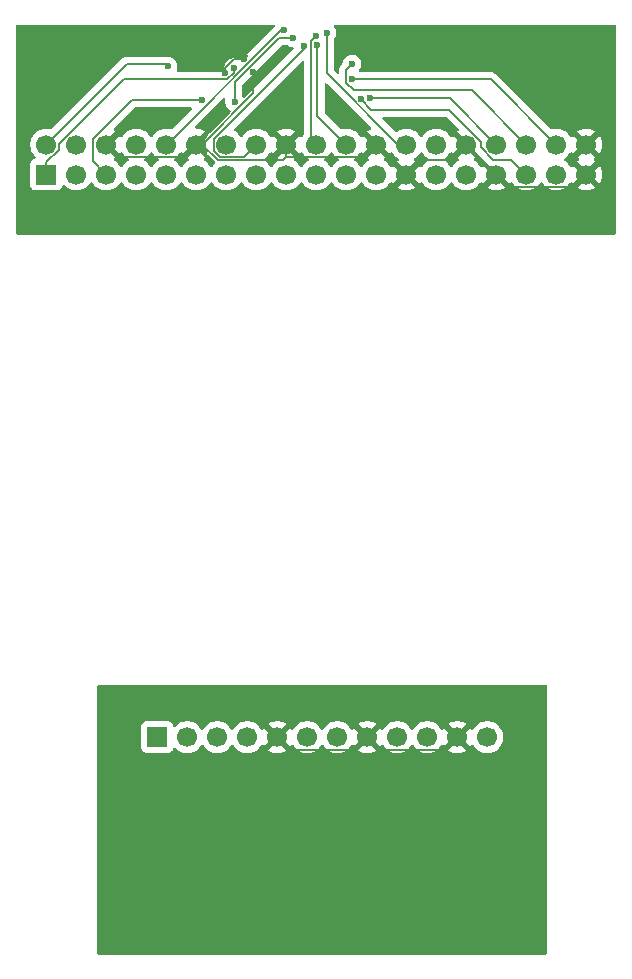
<source format=gbr>
%TF.GenerationSoftware,KiCad,Pcbnew,9.0.7*%
%TF.CreationDate,2026-01-29T21:22:27-07:00*%
%TF.ProjectId,Realsense Adapter,5265616c-7365-46e7-9365-204164617074,1.0-PROTO*%
%TF.SameCoordinates,Original*%
%TF.FileFunction,Copper,L2,Bot*%
%TF.FilePolarity,Positive*%
%FSLAX46Y46*%
G04 Gerber Fmt 4.6, Leading zero omitted, Abs format (unit mm)*
G04 Created by KiCad (PCBNEW 9.0.7) date 2026-01-29 21:22:27*
%MOMM*%
%LPD*%
G01*
G04 APERTURE LIST*
%TA.AperFunction,ComponentPad*%
%ADD10R,1.700000X1.700000*%
%TD*%
%TA.AperFunction,ComponentPad*%
%ADD11C,1.700000*%
%TD*%
%TA.AperFunction,ViaPad*%
%ADD12C,0.600000*%
%TD*%
%TA.AperFunction,Conductor*%
%ADD13C,0.200000*%
%TD*%
G04 APERTURE END LIST*
D10*
%TO.P,J2,1,Pin_1*%
%TO.N,/CONN_1_RESERVED*%
X121920000Y-76200000D03*
D11*
%TO.P,J2,2,Pin_2*%
%TO.N,/CONN_2_USB3_RX+*%
X121920000Y-73660000D03*
%TO.P,J2,3,Pin_3*%
%TO.N,/CONN_3_RESERVED*%
X124460000Y-76200000D03*
%TO.P,J2,4,Pin_4*%
%TO.N,/CONN_4_USB3_RX-*%
X124460000Y-73660000D03*
%TO.P,J2,5,Pin_5*%
%TO.N,/CONN_5_RESERVED*%
X127000000Y-76200000D03*
%TO.P,J2,6,Pin_6*%
%TO.N,/CONN_GND*%
X127000000Y-73660000D03*
%TO.P,J2,7,Pin_7*%
%TO.N,/CONN_7_RESERVED*%
X129540000Y-76200000D03*
%TO.P,J2,8,Pin_8*%
%TO.N,/CONN_8_USB3_TX+*%
X129540000Y-73660000D03*
%TO.P,J2,9,Pin_9*%
%TO.N,/CONN_9_RESERVED*%
X132080000Y-76200000D03*
%TO.P,J2,10,Pin_10*%
%TO.N,/CONN_10_USB3_TX-*%
X132080000Y-73660000D03*
%TO.P,J2,11,Pin_11*%
%TO.N,/CONN_11_RESERVED*%
X134620000Y-76200000D03*
%TO.P,J2,12,Pin_12*%
%TO.N,/CONN_GND*%
X134620000Y-73660000D03*
%TO.P,J2,13,Pin_13*%
%TO.N,/CONN_13_RESERVED*%
X137160000Y-76200000D03*
%TO.P,J2,14,Pin_14*%
%TO.N,/CONN_14_USB2+*%
X137160000Y-73660000D03*
%TO.P,J2,15,Pin_15*%
%TO.N,/CONN_15_RESERVED*%
X139700000Y-76200000D03*
%TO.P,J2,16,Pin_16*%
%TO.N,/CONN_16_USB2-*%
X139700000Y-73660000D03*
%TO.P,J2,17,Pin_17*%
%TO.N,/CONN_17_RESERVED*%
X142240000Y-76200000D03*
%TO.P,J2,18,Pin_18*%
%TO.N,/CONN_GND*%
X142240000Y-73660000D03*
%TO.P,J2,19,Pin_19*%
%TO.N,/CONN_19_RESERVED*%
X144780000Y-76200000D03*
%TO.P,J2,20,Pin_20*%
%TO.N,/CONN_20_RESERVED*%
X144780000Y-73660000D03*
%TO.P,J2,21,Pin_21*%
%TO.N,/CONN_21_RESERVED*%
X147320000Y-76200000D03*
%TO.P,J2,22,Pin_22*%
%TO.N,/CONN_22_RESERVED*%
X147320000Y-73660000D03*
%TO.P,J2,23,Pin_23*%
%TO.N,/CONN_23_RESERVED*%
X149860000Y-76200000D03*
%TO.P,J2,24,Pin_24*%
%TO.N,/CONN_GND*%
X149860000Y-73660000D03*
%TO.P,J2,25,Pin_25*%
X152400000Y-76200000D03*
%TO.P,J2,26,Pin_26*%
%TO.N,/CONN_26_RESERVED*%
X152400000Y-73660000D03*
%TO.P,J2,27,Pin_27*%
%TO.N,/CONN_27_RESERVED*%
X154940000Y-76200000D03*
%TO.P,J2,28,Pin_28*%
%TO.N,/CONN_28_RESERVED*%
X154940000Y-73660000D03*
%TO.P,J2,29,Pin_29*%
%TO.N,/CONN_29_RESERVED*%
X157480000Y-76200000D03*
%TO.P,J2,30,Pin_30*%
%TO.N,/CONN_GND*%
X157480000Y-73660000D03*
%TO.P,J2,31,Pin_31*%
X160020000Y-76200000D03*
%TO.P,J2,32,Pin_32*%
%TO.N,/CONN_32_RESERVED*%
X160020000Y-73660000D03*
%TO.P,J2,33,Pin_33*%
%TO.N,/CONN_33_RESERVED*%
X162560000Y-76200000D03*
%TO.P,J2,34,Pin_34*%
%TO.N,/CONN_34_RESERVED*%
X162560000Y-73660000D03*
%TO.P,J2,35,Pin_35*%
%TO.N,/CONN_VBUS*%
X165100000Y-76200000D03*
%TO.P,J2,36,Pin_36*%
X165100000Y-73660000D03*
%TO.P,J2,37,Pin_37*%
%TO.N,/CONN_GND*%
X167640000Y-76200000D03*
%TO.P,J2,38,Pin_38*%
X167640000Y-73660000D03*
%TD*%
D10*
%TO.P,J3,1,Pin_1*%
%TO.N,/USB_VBUS*%
X131320000Y-123835900D03*
D11*
%TO.P,J3,2,Pin_2*%
%TO.N,/USB_D-*%
X133860000Y-123835900D03*
%TO.P,J3,3,Pin_3*%
%TO.N,/USB_D+*%
X136400000Y-123835900D03*
%TO.P,J3,4,Pin_4*%
%TO.N,/USB_ID*%
X138940000Y-123835900D03*
%TO.P,J3,5,Pin_5*%
%TO.N,/USB_DRAIN*%
X141480000Y-123835900D03*
%TO.P,J3,6,Pin_6*%
%TO.N,/USB_SSTX-*%
X144020000Y-123835900D03*
%TO.P,J3,7,Pin_7*%
%TO.N,/USB_SSTX+*%
X146560000Y-123835900D03*
%TO.P,J3,8,Pin_8*%
%TO.N,/USB_DRAIN*%
X149100000Y-123835900D03*
%TO.P,J3,9,Pin_9*%
%TO.N,/USB_SSRX-*%
X151640000Y-123835900D03*
%TO.P,J3,10,Pin_10*%
%TO.N,/USB_SSRX+*%
X154180000Y-123835900D03*
%TO.P,J3,11,Pin_11*%
%TO.N,/USB_DRAIN*%
X156720000Y-123835900D03*
%TO.P,J3,12,Pin_12*%
%TO.N,unconnected-(J3-Pin_12-Pad12)*%
X159260000Y-123835900D03*
%TD*%
D12*
%TO.N,/CONN_1_RESERVED*%
X137794700Y-67165100D03*
%TO.N,/CONN_GND*%
X139447500Y-67511900D03*
X137046400Y-67608300D03*
X138643500Y-66398400D03*
%TO.N,/CONN_22_RESERVED*%
X144885100Y-65196900D03*
%TO.N,/CONN_33_RESERVED*%
X148568000Y-69829600D03*
%TO.N,/CONN_20_RESERVED*%
X144780200Y-64466600D03*
%TO.N,/CONN_VBUS*%
X147847400Y-68140700D03*
%TO.N,/CONN_32_RESERVED*%
X149352000Y-69758900D03*
%TO.N,/CONN_14_USB2+*%
X137870500Y-70052600D03*
X142815200Y-64600600D03*
%TO.N,/CONN_5_RESERVED*%
X135110300Y-69899800D03*
%TO.N,/CONN_26_RESERVED*%
X145668100Y-64197900D03*
%TO.N,/CONN_16_USB2-*%
X143744300Y-65281500D03*
%TO.N,/CONN_2_USB3_RX+*%
X132227600Y-67024000D03*
%TO.N,/CONN_34_RESERVED*%
X147810200Y-66840700D03*
%TO.N,/CONN_10_USB3_TX-*%
X142084800Y-63971200D03*
%TD*%
D13*
%TO.N,/USB_DRAIN*%
X142564100Y-124920000D02*
X148015900Y-124920000D01*
X155668300Y-124887600D02*
X150151700Y-124887600D01*
X156720000Y-123835900D02*
X155668300Y-124887600D01*
X141480000Y-123835900D02*
X142564100Y-124920000D01*
X150151700Y-124887600D02*
X149100000Y-123835900D01*
X148015900Y-124920000D02*
X149100000Y-123835900D01*
%TO.N,/CONN_1_RESERVED*%
X122971700Y-74096600D02*
X122971700Y-73612400D01*
X137254200Y-68110000D02*
X137794700Y-67569500D01*
X128474100Y-68110000D02*
X137254200Y-68110000D01*
X121920000Y-76200000D02*
X121920000Y-75148300D01*
X137794700Y-67569500D02*
X137794700Y-67163500D01*
X137794700Y-67163500D02*
X137794700Y-67165100D01*
X122971700Y-73612400D02*
X128474100Y-68110000D01*
X121920000Y-75148300D02*
X122971700Y-74096600D01*
%TO.N,/CONN_GND*%
X139447500Y-69325800D02*
X139447500Y-67511900D01*
X134620000Y-73660000D02*
X135113300Y-73660000D01*
X133564900Y-74715100D02*
X128055100Y-74715100D01*
X161089200Y-77269200D02*
X160020000Y-76200000D01*
X153670000Y-74930000D02*
X152400000Y-76200000D01*
X137842600Y-66398400D02*
X137046400Y-67194600D01*
X135113300Y-73660000D02*
X136466700Y-75013400D01*
X139001900Y-66040000D02*
X138643500Y-66398400D01*
X138643500Y-66398400D02*
X139001900Y-66040000D01*
X149860000Y-73660000D02*
X148808300Y-74711700D01*
X167640000Y-76200000D02*
X166570800Y-77269200D01*
X128055100Y-74715100D02*
X127000000Y-73660000D01*
X156210000Y-74930000D02*
X153670000Y-74930000D01*
X134620000Y-73660000D02*
X133564900Y-74715100D01*
X136466700Y-75013400D02*
X141938300Y-75013400D01*
X141938300Y-75013400D02*
X142240000Y-74711700D01*
X152400000Y-76200000D02*
X149860000Y-73660000D01*
X137046400Y-67194600D02*
X137046400Y-67608300D01*
X135113300Y-73660000D02*
X139447500Y-69325800D01*
X160020000Y-76200000D02*
X157480000Y-73660000D01*
X142240000Y-73660000D02*
X142240000Y-74711700D01*
X157480000Y-73660000D02*
X156210000Y-74930000D01*
X137046400Y-67608300D02*
X137046400Y-67194600D01*
X166570800Y-77269200D02*
X161089200Y-77269200D01*
X137046400Y-67194600D02*
X137046400Y-67608300D01*
X148808300Y-74711700D02*
X142240000Y-74711700D01*
X138643500Y-66398400D02*
X137842600Y-66398400D01*
%TO.N,/CONN_22_RESERVED*%
X147320000Y-73660000D02*
X144885100Y-71225100D01*
X144885100Y-71225100D02*
X144885100Y-65196900D01*
%TO.N,/CONN_33_RESERVED*%
X161290000Y-74930000D02*
X162560000Y-76200000D01*
X158750100Y-73411700D02*
X158750100Y-73892800D01*
X156054900Y-70716500D02*
X158750100Y-73411700D01*
X158750100Y-73892800D02*
X159787300Y-74930000D01*
X149454900Y-70716500D02*
X156054900Y-70716500D01*
X148568000Y-69829600D02*
X149454900Y-70716500D01*
X159787300Y-74930000D02*
X161290000Y-74930000D01*
%TO.N,/CONN_20_RESERVED*%
X144360200Y-73240200D02*
X144780000Y-73660000D01*
X144780200Y-64466600D02*
X144360200Y-64886600D01*
X144360200Y-64886600D02*
X144360200Y-73240200D01*
%TO.N,/CONN_VBUS*%
X159580700Y-68140700D02*
X147847400Y-68140700D01*
X165100000Y-73660000D02*
X159580700Y-68140700D01*
%TO.N,/CONN_32_RESERVED*%
X160020000Y-73660000D02*
X156118900Y-69758900D01*
X156118900Y-69758900D02*
X149352000Y-69758900D01*
%TO.N,/CONN_14_USB2+*%
X141644100Y-64600600D02*
X142815200Y-64600600D01*
X137870500Y-70052600D02*
X137870500Y-68374200D01*
X142815300Y-64600600D02*
X142815200Y-64600600D01*
X137870500Y-68374200D02*
X141644100Y-64600600D01*
X142815200Y-64600600D02*
X142815300Y-64600600D01*
%TO.N,/CONN_5_RESERVED*%
X129200200Y-69899800D02*
X125889300Y-73210700D01*
X125889300Y-73210700D02*
X125889300Y-75089300D01*
X135110300Y-69899800D02*
X129200200Y-69899800D01*
X125889300Y-75089300D02*
X127000000Y-76200000D01*
%TO.N,/CONN_26_RESERVED*%
X145668100Y-64197900D02*
X145668100Y-67639100D01*
X145668100Y-67639100D02*
X151689000Y-73660000D01*
X151689000Y-73660000D02*
X152400000Y-73660000D01*
%TO.N,/CONN_16_USB2-*%
X139700000Y-73660000D02*
X138648300Y-74711700D01*
X143744300Y-65570700D02*
X143744300Y-65281500D01*
X136107600Y-73207400D02*
X143744300Y-65570700D01*
X136647300Y-74711700D02*
X136107600Y-74172000D01*
X136107600Y-74172000D02*
X136107600Y-73207400D01*
X138648300Y-74711700D02*
X136647300Y-74711700D01*
%TO.N,/CONN_2_USB3_RX+*%
X128769400Y-66810600D02*
X121920000Y-73660000D01*
X132014200Y-66810600D02*
X128769400Y-66810600D01*
X132014200Y-66810600D02*
X132227600Y-67024000D01*
%TO.N,/CONN_34_RESERVED*%
X147337200Y-68422100D02*
X147337200Y-67313700D01*
X147970100Y-69055000D02*
X147337200Y-68422100D01*
X157955000Y-69055000D02*
X147970100Y-69055000D01*
X147337200Y-67313700D02*
X147810200Y-66840700D01*
X162560000Y-73660000D02*
X157955000Y-69055000D01*
%TO.N,/CONN_10_USB3_TX-*%
X132080000Y-73660000D02*
X132130700Y-73660000D01*
X142084800Y-63971200D02*
X142084800Y-63971300D01*
X142084800Y-63971300D02*
X142084800Y-63971200D01*
X132130700Y-73660000D02*
X141819500Y-63971200D01*
X141819500Y-63971200D02*
X142084800Y-63971200D01*
%TD*%
%TA.AperFunction,Conductor*%
%TO.N,/USB_DRAIN*%
G36*
X164283039Y-119399685D02*
G01*
X164328794Y-119452489D01*
X164340000Y-119504000D01*
X164340000Y-142116000D01*
X164320315Y-142183039D01*
X164267511Y-142228794D01*
X164216000Y-142240000D01*
X126364000Y-142240000D01*
X126296961Y-142220315D01*
X126251206Y-142167511D01*
X126240000Y-142116000D01*
X126240000Y-122938035D01*
X129969500Y-122938035D01*
X129969500Y-124733770D01*
X129969501Y-124733776D01*
X129975908Y-124793383D01*
X130026202Y-124928228D01*
X130026206Y-124928235D01*
X130112452Y-125043444D01*
X130112455Y-125043447D01*
X130227664Y-125129693D01*
X130227671Y-125129697D01*
X130362517Y-125179991D01*
X130362516Y-125179991D01*
X130369444Y-125180735D01*
X130422127Y-125186400D01*
X132217872Y-125186399D01*
X132277483Y-125179991D01*
X132412331Y-125129696D01*
X132527546Y-125043446D01*
X132613796Y-124928231D01*
X132662810Y-124796816D01*
X132704681Y-124740884D01*
X132770145Y-124716466D01*
X132838418Y-124731317D01*
X132866673Y-124752469D01*
X132980213Y-124866009D01*
X133152179Y-124990948D01*
X133152181Y-124990949D01*
X133152184Y-124990951D01*
X133341588Y-125087457D01*
X133543757Y-125153146D01*
X133753713Y-125186400D01*
X133753714Y-125186400D01*
X133966286Y-125186400D01*
X133966287Y-125186400D01*
X134176243Y-125153146D01*
X134378412Y-125087457D01*
X134567816Y-124990951D01*
X134654138Y-124928235D01*
X134739786Y-124866009D01*
X134739788Y-124866006D01*
X134739792Y-124866004D01*
X134890104Y-124715692D01*
X134890106Y-124715688D01*
X134890109Y-124715686D01*
X135015048Y-124543720D01*
X135015047Y-124543720D01*
X135015051Y-124543716D01*
X135019514Y-124534954D01*
X135067488Y-124484159D01*
X135135308Y-124467363D01*
X135201444Y-124489899D01*
X135240486Y-124534956D01*
X135244951Y-124543720D01*
X135369890Y-124715686D01*
X135520213Y-124866009D01*
X135692179Y-124990948D01*
X135692181Y-124990949D01*
X135692184Y-124990951D01*
X135881588Y-125087457D01*
X136083757Y-125153146D01*
X136293713Y-125186400D01*
X136293714Y-125186400D01*
X136506286Y-125186400D01*
X136506287Y-125186400D01*
X136716243Y-125153146D01*
X136918412Y-125087457D01*
X137107816Y-124990951D01*
X137194138Y-124928235D01*
X137279786Y-124866009D01*
X137279788Y-124866006D01*
X137279792Y-124866004D01*
X137430104Y-124715692D01*
X137430106Y-124715688D01*
X137430109Y-124715686D01*
X137555048Y-124543720D01*
X137555047Y-124543720D01*
X137555051Y-124543716D01*
X137559514Y-124534954D01*
X137607488Y-124484159D01*
X137675308Y-124467363D01*
X137741444Y-124489899D01*
X137780486Y-124534956D01*
X137784951Y-124543720D01*
X137909890Y-124715686D01*
X138060213Y-124866009D01*
X138232179Y-124990948D01*
X138232181Y-124990949D01*
X138232184Y-124990951D01*
X138421588Y-125087457D01*
X138623757Y-125153146D01*
X138833713Y-125186400D01*
X138833714Y-125186400D01*
X139046286Y-125186400D01*
X139046287Y-125186400D01*
X139256243Y-125153146D01*
X139458412Y-125087457D01*
X139647816Y-124990951D01*
X139734138Y-124928235D01*
X139819786Y-124866009D01*
X139819788Y-124866006D01*
X139819792Y-124866004D01*
X139970104Y-124715692D01*
X139970106Y-124715688D01*
X139970109Y-124715686D01*
X140055890Y-124597617D01*
X140095051Y-124543716D01*
X140099793Y-124534408D01*
X140147763Y-124483611D01*
X140215583Y-124466811D01*
X140281719Y-124489345D01*
X140320763Y-124534400D01*
X140325373Y-124543447D01*
X140364728Y-124597616D01*
X140997037Y-123965308D01*
X141014075Y-124028893D01*
X141079901Y-124142907D01*
X141172993Y-124235999D01*
X141287007Y-124301825D01*
X141350590Y-124318862D01*
X140718282Y-124951169D01*
X140718282Y-124951170D01*
X140772449Y-124990524D01*
X140961782Y-125086995D01*
X141163870Y-125152657D01*
X141373754Y-125185900D01*
X141586246Y-125185900D01*
X141796127Y-125152657D01*
X141796130Y-125152657D01*
X141998217Y-125086995D01*
X142187554Y-124990522D01*
X142241716Y-124951170D01*
X142241717Y-124951170D01*
X141609408Y-124318862D01*
X141672993Y-124301825D01*
X141787007Y-124235999D01*
X141880099Y-124142907D01*
X141945925Y-124028893D01*
X141962962Y-123965308D01*
X142595270Y-124597617D01*
X142595270Y-124597616D01*
X142634622Y-124543455D01*
X142639232Y-124534407D01*
X142687205Y-124483609D01*
X142755025Y-124466812D01*
X142821161Y-124489347D01*
X142860204Y-124534404D01*
X142864949Y-124543717D01*
X142989890Y-124715686D01*
X143140213Y-124866009D01*
X143312179Y-124990948D01*
X143312181Y-124990949D01*
X143312184Y-124990951D01*
X143501588Y-125087457D01*
X143703757Y-125153146D01*
X143913713Y-125186400D01*
X143913714Y-125186400D01*
X144126286Y-125186400D01*
X144126287Y-125186400D01*
X144336243Y-125153146D01*
X144538412Y-125087457D01*
X144727816Y-124990951D01*
X144814138Y-124928235D01*
X144899786Y-124866009D01*
X144899788Y-124866006D01*
X144899792Y-124866004D01*
X145050104Y-124715692D01*
X145050106Y-124715688D01*
X145050109Y-124715686D01*
X145175048Y-124543720D01*
X145175047Y-124543720D01*
X145175051Y-124543716D01*
X145179514Y-124534954D01*
X145227488Y-124484159D01*
X145295308Y-124467363D01*
X145361444Y-124489899D01*
X145400486Y-124534956D01*
X145404951Y-124543720D01*
X145529890Y-124715686D01*
X145680213Y-124866009D01*
X145852179Y-124990948D01*
X145852181Y-124990949D01*
X145852184Y-124990951D01*
X146041588Y-125087457D01*
X146243757Y-125153146D01*
X146453713Y-125186400D01*
X146453714Y-125186400D01*
X146666286Y-125186400D01*
X146666287Y-125186400D01*
X146876243Y-125153146D01*
X147078412Y-125087457D01*
X147267816Y-124990951D01*
X147354138Y-124928235D01*
X147439786Y-124866009D01*
X147439788Y-124866006D01*
X147439792Y-124866004D01*
X147590104Y-124715692D01*
X147590106Y-124715688D01*
X147590109Y-124715686D01*
X147675890Y-124597617D01*
X147715051Y-124543716D01*
X147719793Y-124534408D01*
X147767763Y-124483611D01*
X147835583Y-124466811D01*
X147901719Y-124489345D01*
X147940763Y-124534400D01*
X147945373Y-124543447D01*
X147984728Y-124597616D01*
X148617037Y-123965308D01*
X148634075Y-124028893D01*
X148699901Y-124142907D01*
X148792993Y-124235999D01*
X148907007Y-124301825D01*
X148970590Y-124318862D01*
X148338282Y-124951169D01*
X148338282Y-124951170D01*
X148392449Y-124990524D01*
X148581782Y-125086995D01*
X148783870Y-125152657D01*
X148993754Y-125185900D01*
X149206246Y-125185900D01*
X149416127Y-125152657D01*
X149416130Y-125152657D01*
X149618217Y-125086995D01*
X149807554Y-124990522D01*
X149861716Y-124951170D01*
X149861717Y-124951170D01*
X149229408Y-124318862D01*
X149292993Y-124301825D01*
X149407007Y-124235999D01*
X149500099Y-124142907D01*
X149565925Y-124028893D01*
X149582962Y-123965308D01*
X150215270Y-124597617D01*
X150215270Y-124597616D01*
X150254622Y-124543455D01*
X150259232Y-124534407D01*
X150307205Y-124483609D01*
X150375025Y-124466812D01*
X150441161Y-124489347D01*
X150480204Y-124534404D01*
X150484949Y-124543717D01*
X150609890Y-124715686D01*
X150760213Y-124866009D01*
X150932179Y-124990948D01*
X150932181Y-124990949D01*
X150932184Y-124990951D01*
X151121588Y-125087457D01*
X151323757Y-125153146D01*
X151533713Y-125186400D01*
X151533714Y-125186400D01*
X151746286Y-125186400D01*
X151746287Y-125186400D01*
X151956243Y-125153146D01*
X152158412Y-125087457D01*
X152347816Y-124990951D01*
X152434138Y-124928235D01*
X152519786Y-124866009D01*
X152519788Y-124866006D01*
X152519792Y-124866004D01*
X152670104Y-124715692D01*
X152670106Y-124715688D01*
X152670109Y-124715686D01*
X152795048Y-124543720D01*
X152795047Y-124543720D01*
X152795051Y-124543716D01*
X152799514Y-124534954D01*
X152847488Y-124484159D01*
X152915308Y-124467363D01*
X152981444Y-124489899D01*
X153020486Y-124534956D01*
X153024951Y-124543720D01*
X153149890Y-124715686D01*
X153300213Y-124866009D01*
X153472179Y-124990948D01*
X153472181Y-124990949D01*
X153472184Y-124990951D01*
X153661588Y-125087457D01*
X153863757Y-125153146D01*
X154073713Y-125186400D01*
X154073714Y-125186400D01*
X154286286Y-125186400D01*
X154286287Y-125186400D01*
X154496243Y-125153146D01*
X154698412Y-125087457D01*
X154887816Y-124990951D01*
X154974138Y-124928235D01*
X155059786Y-124866009D01*
X155059788Y-124866006D01*
X155059792Y-124866004D01*
X155210104Y-124715692D01*
X155210106Y-124715688D01*
X155210109Y-124715686D01*
X155295890Y-124597617D01*
X155335051Y-124543716D01*
X155339793Y-124534408D01*
X155387763Y-124483611D01*
X155455583Y-124466811D01*
X155521719Y-124489345D01*
X155560763Y-124534400D01*
X155565373Y-124543447D01*
X155604728Y-124597616D01*
X156237037Y-123965308D01*
X156254075Y-124028893D01*
X156319901Y-124142907D01*
X156412993Y-124235999D01*
X156527007Y-124301825D01*
X156590590Y-124318862D01*
X155958282Y-124951169D01*
X155958282Y-124951170D01*
X156012449Y-124990524D01*
X156201782Y-125086995D01*
X156403870Y-125152657D01*
X156613754Y-125185900D01*
X156826246Y-125185900D01*
X157036127Y-125152657D01*
X157036130Y-125152657D01*
X157238217Y-125086995D01*
X157427554Y-124990522D01*
X157481716Y-124951170D01*
X157481717Y-124951170D01*
X156849408Y-124318862D01*
X156912993Y-124301825D01*
X157027007Y-124235999D01*
X157120099Y-124142907D01*
X157185925Y-124028893D01*
X157202962Y-123965308D01*
X157835270Y-124597617D01*
X157835270Y-124597616D01*
X157874622Y-124543455D01*
X157879232Y-124534407D01*
X157927205Y-124483609D01*
X157995025Y-124466812D01*
X158061161Y-124489347D01*
X158100204Y-124534404D01*
X158104949Y-124543717D01*
X158229890Y-124715686D01*
X158380213Y-124866009D01*
X158552179Y-124990948D01*
X158552181Y-124990949D01*
X158552184Y-124990951D01*
X158741588Y-125087457D01*
X158943757Y-125153146D01*
X159153713Y-125186400D01*
X159153714Y-125186400D01*
X159366286Y-125186400D01*
X159366287Y-125186400D01*
X159576243Y-125153146D01*
X159778412Y-125087457D01*
X159967816Y-124990951D01*
X160054138Y-124928235D01*
X160139786Y-124866009D01*
X160139788Y-124866006D01*
X160139792Y-124866004D01*
X160290104Y-124715692D01*
X160290106Y-124715688D01*
X160290109Y-124715686D01*
X160415048Y-124543720D01*
X160415047Y-124543720D01*
X160415051Y-124543716D01*
X160511557Y-124354312D01*
X160577246Y-124152143D01*
X160610500Y-123942187D01*
X160610500Y-123729613D01*
X160577246Y-123519657D01*
X160511557Y-123317488D01*
X160415051Y-123128084D01*
X160415049Y-123128081D01*
X160415048Y-123128079D01*
X160290109Y-122956113D01*
X160139786Y-122805790D01*
X159967820Y-122680851D01*
X159778414Y-122584344D01*
X159778413Y-122584343D01*
X159778412Y-122584343D01*
X159576243Y-122518654D01*
X159576241Y-122518653D01*
X159576240Y-122518653D01*
X159414957Y-122493108D01*
X159366287Y-122485400D01*
X159153713Y-122485400D01*
X159105042Y-122493108D01*
X158943760Y-122518653D01*
X158741585Y-122584344D01*
X158552179Y-122680851D01*
X158380213Y-122805790D01*
X158229890Y-122956113D01*
X158104949Y-123128082D01*
X158100202Y-123137399D01*
X158052227Y-123188193D01*
X157984405Y-123204987D01*
X157918271Y-123182448D01*
X157879234Y-123137395D01*
X157874626Y-123128352D01*
X157835270Y-123074182D01*
X157835269Y-123074182D01*
X157202962Y-123706490D01*
X157185925Y-123642907D01*
X157120099Y-123528893D01*
X157027007Y-123435801D01*
X156912993Y-123369975D01*
X156849409Y-123352937D01*
X157481716Y-122720628D01*
X157427550Y-122681275D01*
X157238217Y-122584804D01*
X157036129Y-122519142D01*
X156826246Y-122485900D01*
X156613754Y-122485900D01*
X156403872Y-122519142D01*
X156403869Y-122519142D01*
X156201782Y-122584804D01*
X156012439Y-122681280D01*
X155958282Y-122720627D01*
X155958282Y-122720628D01*
X156590591Y-123352937D01*
X156527007Y-123369975D01*
X156412993Y-123435801D01*
X156319901Y-123528893D01*
X156254075Y-123642907D01*
X156237037Y-123706491D01*
X155604728Y-123074182D01*
X155604727Y-123074182D01*
X155565380Y-123128340D01*
X155565376Y-123128346D01*
X155560760Y-123137405D01*
X155512781Y-123188197D01*
X155444959Y-123204987D01*
X155378826Y-123182443D01*
X155339794Y-123137393D01*
X155335051Y-123128084D01*
X155335049Y-123128081D01*
X155335048Y-123128079D01*
X155210109Y-122956113D01*
X155059786Y-122805790D01*
X154887820Y-122680851D01*
X154698414Y-122584344D01*
X154698413Y-122584343D01*
X154698412Y-122584343D01*
X154496243Y-122518654D01*
X154496241Y-122518653D01*
X154496240Y-122518653D01*
X154334957Y-122493108D01*
X154286287Y-122485400D01*
X154073713Y-122485400D01*
X154025042Y-122493108D01*
X153863760Y-122518653D01*
X153661585Y-122584344D01*
X153472179Y-122680851D01*
X153300213Y-122805790D01*
X153149890Y-122956113D01*
X153024949Y-123128082D01*
X153020484Y-123136846D01*
X152972509Y-123187642D01*
X152904688Y-123204436D01*
X152838553Y-123181898D01*
X152799516Y-123136846D01*
X152795050Y-123128082D01*
X152670109Y-122956113D01*
X152519786Y-122805790D01*
X152347820Y-122680851D01*
X152158414Y-122584344D01*
X152158413Y-122584343D01*
X152158412Y-122584343D01*
X151956243Y-122518654D01*
X151956241Y-122518653D01*
X151956240Y-122518653D01*
X151794957Y-122493108D01*
X151746287Y-122485400D01*
X151533713Y-122485400D01*
X151485042Y-122493108D01*
X151323760Y-122518653D01*
X151121585Y-122584344D01*
X150932179Y-122680851D01*
X150760213Y-122805790D01*
X150609890Y-122956113D01*
X150484949Y-123128082D01*
X150480202Y-123137399D01*
X150432227Y-123188193D01*
X150364405Y-123204987D01*
X150298271Y-123182448D01*
X150259234Y-123137395D01*
X150254626Y-123128352D01*
X150215270Y-123074182D01*
X150215269Y-123074182D01*
X149582962Y-123706490D01*
X149565925Y-123642907D01*
X149500099Y-123528893D01*
X149407007Y-123435801D01*
X149292993Y-123369975D01*
X149229409Y-123352937D01*
X149861716Y-122720628D01*
X149807550Y-122681275D01*
X149618217Y-122584804D01*
X149416129Y-122519142D01*
X149206246Y-122485900D01*
X148993754Y-122485900D01*
X148783872Y-122519142D01*
X148783869Y-122519142D01*
X148581782Y-122584804D01*
X148392439Y-122681280D01*
X148338282Y-122720627D01*
X148338282Y-122720628D01*
X148970591Y-123352937D01*
X148907007Y-123369975D01*
X148792993Y-123435801D01*
X148699901Y-123528893D01*
X148634075Y-123642907D01*
X148617037Y-123706491D01*
X147984728Y-123074182D01*
X147984727Y-123074182D01*
X147945380Y-123128340D01*
X147945376Y-123128346D01*
X147940760Y-123137405D01*
X147892781Y-123188197D01*
X147824959Y-123204987D01*
X147758826Y-123182443D01*
X147719794Y-123137393D01*
X147715051Y-123128084D01*
X147715049Y-123128081D01*
X147715048Y-123128079D01*
X147590109Y-122956113D01*
X147439786Y-122805790D01*
X147267820Y-122680851D01*
X147078414Y-122584344D01*
X147078413Y-122584343D01*
X147078412Y-122584343D01*
X146876243Y-122518654D01*
X146876241Y-122518653D01*
X146876240Y-122518653D01*
X146714957Y-122493108D01*
X146666287Y-122485400D01*
X146453713Y-122485400D01*
X146405042Y-122493108D01*
X146243760Y-122518653D01*
X146041585Y-122584344D01*
X145852179Y-122680851D01*
X145680213Y-122805790D01*
X145529890Y-122956113D01*
X145404949Y-123128082D01*
X145400484Y-123136846D01*
X145352509Y-123187642D01*
X145284688Y-123204436D01*
X145218553Y-123181898D01*
X145179516Y-123136846D01*
X145175050Y-123128082D01*
X145050109Y-122956113D01*
X144899786Y-122805790D01*
X144727820Y-122680851D01*
X144538414Y-122584344D01*
X144538413Y-122584343D01*
X144538412Y-122584343D01*
X144336243Y-122518654D01*
X144336241Y-122518653D01*
X144336240Y-122518653D01*
X144174957Y-122493108D01*
X144126287Y-122485400D01*
X143913713Y-122485400D01*
X143865042Y-122493108D01*
X143703760Y-122518653D01*
X143501585Y-122584344D01*
X143312179Y-122680851D01*
X143140213Y-122805790D01*
X142989890Y-122956113D01*
X142864949Y-123128082D01*
X142860202Y-123137399D01*
X142812227Y-123188193D01*
X142744405Y-123204987D01*
X142678271Y-123182448D01*
X142639234Y-123137395D01*
X142634626Y-123128352D01*
X142595270Y-123074182D01*
X142595269Y-123074182D01*
X141962962Y-123706490D01*
X141945925Y-123642907D01*
X141880099Y-123528893D01*
X141787007Y-123435801D01*
X141672993Y-123369975D01*
X141609409Y-123352937D01*
X142241716Y-122720628D01*
X142187550Y-122681275D01*
X141998217Y-122584804D01*
X141796129Y-122519142D01*
X141586246Y-122485900D01*
X141373754Y-122485900D01*
X141163872Y-122519142D01*
X141163869Y-122519142D01*
X140961782Y-122584804D01*
X140772439Y-122681280D01*
X140718282Y-122720627D01*
X140718282Y-122720628D01*
X141350591Y-123352937D01*
X141287007Y-123369975D01*
X141172993Y-123435801D01*
X141079901Y-123528893D01*
X141014075Y-123642907D01*
X140997037Y-123706491D01*
X140364728Y-123074182D01*
X140364727Y-123074182D01*
X140325380Y-123128340D01*
X140325376Y-123128346D01*
X140320760Y-123137405D01*
X140272781Y-123188197D01*
X140204959Y-123204987D01*
X140138826Y-123182443D01*
X140099794Y-123137393D01*
X140095051Y-123128084D01*
X140095049Y-123128081D01*
X140095048Y-123128079D01*
X139970109Y-122956113D01*
X139819786Y-122805790D01*
X139647820Y-122680851D01*
X139458414Y-122584344D01*
X139458413Y-122584343D01*
X139458412Y-122584343D01*
X139256243Y-122518654D01*
X139256241Y-122518653D01*
X139256240Y-122518653D01*
X139094957Y-122493108D01*
X139046287Y-122485400D01*
X138833713Y-122485400D01*
X138785042Y-122493108D01*
X138623760Y-122518653D01*
X138421585Y-122584344D01*
X138232179Y-122680851D01*
X138060213Y-122805790D01*
X137909890Y-122956113D01*
X137784949Y-123128082D01*
X137780484Y-123136846D01*
X137732509Y-123187642D01*
X137664688Y-123204436D01*
X137598553Y-123181898D01*
X137559516Y-123136846D01*
X137555050Y-123128082D01*
X137430109Y-122956113D01*
X137279786Y-122805790D01*
X137107820Y-122680851D01*
X136918414Y-122584344D01*
X136918413Y-122584343D01*
X136918412Y-122584343D01*
X136716243Y-122518654D01*
X136716241Y-122518653D01*
X136716240Y-122518653D01*
X136554957Y-122493108D01*
X136506287Y-122485400D01*
X136293713Y-122485400D01*
X136245042Y-122493108D01*
X136083760Y-122518653D01*
X135881585Y-122584344D01*
X135692179Y-122680851D01*
X135520213Y-122805790D01*
X135369890Y-122956113D01*
X135244949Y-123128082D01*
X135240484Y-123136846D01*
X135192509Y-123187642D01*
X135124688Y-123204436D01*
X135058553Y-123181898D01*
X135019516Y-123136846D01*
X135015050Y-123128082D01*
X134890109Y-122956113D01*
X134739786Y-122805790D01*
X134567820Y-122680851D01*
X134378414Y-122584344D01*
X134378413Y-122584343D01*
X134378412Y-122584343D01*
X134176243Y-122518654D01*
X134176241Y-122518653D01*
X134176240Y-122518653D01*
X134014957Y-122493108D01*
X133966287Y-122485400D01*
X133753713Y-122485400D01*
X133705042Y-122493108D01*
X133543760Y-122518653D01*
X133341585Y-122584344D01*
X133152179Y-122680851D01*
X132980215Y-122805789D01*
X132866673Y-122919331D01*
X132805350Y-122952815D01*
X132735658Y-122947831D01*
X132679725Y-122905959D01*
X132662810Y-122874982D01*
X132613797Y-122743571D01*
X132613793Y-122743564D01*
X132527547Y-122628355D01*
X132527544Y-122628352D01*
X132412335Y-122542106D01*
X132412328Y-122542102D01*
X132277482Y-122491808D01*
X132277483Y-122491808D01*
X132217883Y-122485401D01*
X132217881Y-122485400D01*
X132217873Y-122485400D01*
X132217864Y-122485400D01*
X130422129Y-122485400D01*
X130422123Y-122485401D01*
X130362516Y-122491808D01*
X130227671Y-122542102D01*
X130227664Y-122542106D01*
X130112455Y-122628352D01*
X130112452Y-122628355D01*
X130026206Y-122743564D01*
X130026202Y-122743571D01*
X129975908Y-122878417D01*
X129969501Y-122938016D01*
X129969500Y-122938035D01*
X126240000Y-122938035D01*
X126240000Y-119504000D01*
X126259685Y-119436961D01*
X126312489Y-119391206D01*
X126364000Y-119380000D01*
X164216000Y-119380000D01*
X164283039Y-119399685D01*
G37*
%TD.AperFunction*%
%TD*%
%TA.AperFunction,Conductor*%
%TO.N,/CONN_GND*%
G36*
X141209141Y-63519685D02*
G01*
X141254896Y-63572489D01*
X141264840Y-63641647D01*
X141235815Y-63705203D01*
X141229783Y-63711681D01*
X138432795Y-66508668D01*
X138371472Y-66542153D01*
X138301780Y-66537169D01*
X138276224Y-66524089D01*
X138173890Y-66455712D01*
X138173872Y-66455702D01*
X138028201Y-66395364D01*
X138028189Y-66395361D01*
X137873545Y-66364600D01*
X137873542Y-66364600D01*
X137715858Y-66364600D01*
X137715855Y-66364600D01*
X137561210Y-66395361D01*
X137561198Y-66395364D01*
X137415527Y-66455702D01*
X137415514Y-66455709D01*
X137284411Y-66543310D01*
X137284407Y-66543313D01*
X137172913Y-66654807D01*
X137172910Y-66654811D01*
X137085309Y-66785914D01*
X137085302Y-66785927D01*
X137024964Y-66931598D01*
X137024961Y-66931610D01*
X136994200Y-67086253D01*
X136994200Y-67243946D01*
X137017545Y-67361309D01*
X137011318Y-67430900D01*
X136968455Y-67486078D01*
X136902565Y-67509322D01*
X136895928Y-67509500D01*
X133078533Y-67509500D01*
X133011494Y-67489815D01*
X132965739Y-67437011D01*
X132955795Y-67367853D01*
X132963972Y-67338047D01*
X132997337Y-67257497D01*
X133028100Y-67102842D01*
X133028100Y-66945158D01*
X133028100Y-66945155D01*
X133028099Y-66945153D01*
X133005826Y-66833180D01*
X132997337Y-66790503D01*
X132985470Y-66761853D01*
X132936997Y-66644827D01*
X132936990Y-66644814D01*
X132849389Y-66513711D01*
X132849386Y-66513707D01*
X132737892Y-66402213D01*
X132737888Y-66402210D01*
X132606785Y-66314609D01*
X132606772Y-66314602D01*
X132461101Y-66254264D01*
X132461089Y-66254261D01*
X132306445Y-66223500D01*
X132306442Y-66223500D01*
X132159595Y-66223500D01*
X132152447Y-66223294D01*
X132139769Y-66222561D01*
X132093257Y-66210099D01*
X131935143Y-66210099D01*
X131935139Y-66210100D01*
X128848457Y-66210100D01*
X128690342Y-66210100D01*
X128690341Y-66210100D01*
X128671312Y-66215198D01*
X128671313Y-66215199D01*
X128537614Y-66251023D01*
X128537609Y-66251026D01*
X128400690Y-66330075D01*
X128400682Y-66330081D01*
X128288878Y-66441886D01*
X122404522Y-72326241D01*
X122343199Y-72359726D01*
X122278523Y-72356491D01*
X122236245Y-72342754D01*
X122066038Y-72315796D01*
X122026287Y-72309500D01*
X121813713Y-72309500D01*
X121773962Y-72315796D01*
X121603760Y-72342753D01*
X121603757Y-72342754D01*
X121451219Y-72392317D01*
X121401585Y-72408444D01*
X121212179Y-72504951D01*
X121040213Y-72629890D01*
X120889890Y-72780213D01*
X120764951Y-72952179D01*
X120668444Y-73141585D01*
X120602753Y-73343760D01*
X120569500Y-73553713D01*
X120569500Y-73766286D01*
X120602735Y-73976127D01*
X120602754Y-73976243D01*
X120661559Y-74157226D01*
X120668444Y-74178414D01*
X120764951Y-74367820D01*
X120889890Y-74539786D01*
X121003430Y-74653326D01*
X121036915Y-74714649D01*
X121031931Y-74784341D01*
X120990059Y-74840274D01*
X120959083Y-74857189D01*
X120827669Y-74906203D01*
X120827664Y-74906206D01*
X120712455Y-74992452D01*
X120712452Y-74992455D01*
X120626206Y-75107664D01*
X120626202Y-75107671D01*
X120575908Y-75242517D01*
X120569501Y-75302116D01*
X120569500Y-75302135D01*
X120569500Y-77097870D01*
X120569501Y-77097876D01*
X120575908Y-77157483D01*
X120626202Y-77292328D01*
X120626206Y-77292335D01*
X120712452Y-77407544D01*
X120712455Y-77407547D01*
X120827664Y-77493793D01*
X120827671Y-77493797D01*
X120962517Y-77544091D01*
X120962516Y-77544091D01*
X120969444Y-77544835D01*
X121022127Y-77550500D01*
X122817872Y-77550499D01*
X122877483Y-77544091D01*
X123012331Y-77493796D01*
X123127546Y-77407546D01*
X123213796Y-77292331D01*
X123262810Y-77160916D01*
X123304681Y-77104984D01*
X123370145Y-77080566D01*
X123438418Y-77095417D01*
X123466673Y-77116569D01*
X123580213Y-77230109D01*
X123752179Y-77355048D01*
X123752181Y-77355049D01*
X123752184Y-77355051D01*
X123941588Y-77451557D01*
X124143757Y-77517246D01*
X124353713Y-77550500D01*
X124353714Y-77550500D01*
X124566286Y-77550500D01*
X124566287Y-77550500D01*
X124776243Y-77517246D01*
X124978412Y-77451557D01*
X125167816Y-77355051D01*
X125254138Y-77292335D01*
X125339786Y-77230109D01*
X125339788Y-77230106D01*
X125339792Y-77230104D01*
X125490104Y-77079792D01*
X125490106Y-77079788D01*
X125490109Y-77079786D01*
X125615048Y-76907820D01*
X125615047Y-76907820D01*
X125615051Y-76907816D01*
X125619514Y-76899054D01*
X125667488Y-76848259D01*
X125735308Y-76831463D01*
X125801444Y-76853999D01*
X125840486Y-76899056D01*
X125844951Y-76907820D01*
X125969890Y-77079786D01*
X126120213Y-77230109D01*
X126292179Y-77355048D01*
X126292181Y-77355049D01*
X126292184Y-77355051D01*
X126481588Y-77451557D01*
X126683757Y-77517246D01*
X126893713Y-77550500D01*
X126893714Y-77550500D01*
X127106286Y-77550500D01*
X127106287Y-77550500D01*
X127316243Y-77517246D01*
X127518412Y-77451557D01*
X127707816Y-77355051D01*
X127794138Y-77292335D01*
X127879786Y-77230109D01*
X127879788Y-77230106D01*
X127879792Y-77230104D01*
X128030104Y-77079792D01*
X128030106Y-77079788D01*
X128030109Y-77079786D01*
X128155048Y-76907820D01*
X128155047Y-76907820D01*
X128155051Y-76907816D01*
X128159514Y-76899054D01*
X128207488Y-76848259D01*
X128275308Y-76831463D01*
X128341444Y-76853999D01*
X128380486Y-76899056D01*
X128384951Y-76907820D01*
X128509890Y-77079786D01*
X128660213Y-77230109D01*
X128832179Y-77355048D01*
X128832181Y-77355049D01*
X128832184Y-77355051D01*
X129021588Y-77451557D01*
X129223757Y-77517246D01*
X129433713Y-77550500D01*
X129433714Y-77550500D01*
X129646286Y-77550500D01*
X129646287Y-77550500D01*
X129856243Y-77517246D01*
X130058412Y-77451557D01*
X130247816Y-77355051D01*
X130334138Y-77292335D01*
X130419786Y-77230109D01*
X130419788Y-77230106D01*
X130419792Y-77230104D01*
X130570104Y-77079792D01*
X130570106Y-77079788D01*
X130570109Y-77079786D01*
X130695048Y-76907820D01*
X130695047Y-76907820D01*
X130695051Y-76907816D01*
X130699514Y-76899054D01*
X130747488Y-76848259D01*
X130815308Y-76831463D01*
X130881444Y-76853999D01*
X130920486Y-76899056D01*
X130924951Y-76907820D01*
X131049890Y-77079786D01*
X131200213Y-77230109D01*
X131372179Y-77355048D01*
X131372181Y-77355049D01*
X131372184Y-77355051D01*
X131561588Y-77451557D01*
X131763757Y-77517246D01*
X131973713Y-77550500D01*
X131973714Y-77550500D01*
X132186286Y-77550500D01*
X132186287Y-77550500D01*
X132396243Y-77517246D01*
X132598412Y-77451557D01*
X132787816Y-77355051D01*
X132874138Y-77292335D01*
X132959786Y-77230109D01*
X132959788Y-77230106D01*
X132959792Y-77230104D01*
X133110104Y-77079792D01*
X133110106Y-77079788D01*
X133110109Y-77079786D01*
X133235048Y-76907820D01*
X133235047Y-76907820D01*
X133235051Y-76907816D01*
X133239514Y-76899054D01*
X133287488Y-76848259D01*
X133355308Y-76831463D01*
X133421444Y-76853999D01*
X133460486Y-76899056D01*
X133464951Y-76907820D01*
X133589890Y-77079786D01*
X133740213Y-77230109D01*
X133912179Y-77355048D01*
X133912181Y-77355049D01*
X133912184Y-77355051D01*
X134101588Y-77451557D01*
X134303757Y-77517246D01*
X134513713Y-77550500D01*
X134513714Y-77550500D01*
X134726286Y-77550500D01*
X134726287Y-77550500D01*
X134936243Y-77517246D01*
X135138412Y-77451557D01*
X135327816Y-77355051D01*
X135414138Y-77292335D01*
X135499786Y-77230109D01*
X135499788Y-77230106D01*
X135499792Y-77230104D01*
X135650104Y-77079792D01*
X135650106Y-77079788D01*
X135650109Y-77079786D01*
X135775048Y-76907820D01*
X135775047Y-76907820D01*
X135775051Y-76907816D01*
X135779514Y-76899054D01*
X135827488Y-76848259D01*
X135895308Y-76831463D01*
X135961444Y-76853999D01*
X136000486Y-76899056D01*
X136004951Y-76907820D01*
X136129890Y-77079786D01*
X136280213Y-77230109D01*
X136452179Y-77355048D01*
X136452181Y-77355049D01*
X136452184Y-77355051D01*
X136641588Y-77451557D01*
X136843757Y-77517246D01*
X137053713Y-77550500D01*
X137053714Y-77550500D01*
X137266286Y-77550500D01*
X137266287Y-77550500D01*
X137476243Y-77517246D01*
X137678412Y-77451557D01*
X137867816Y-77355051D01*
X137954138Y-77292335D01*
X138039786Y-77230109D01*
X138039788Y-77230106D01*
X138039792Y-77230104D01*
X138190104Y-77079792D01*
X138190106Y-77079788D01*
X138190109Y-77079786D01*
X138315048Y-76907820D01*
X138315047Y-76907820D01*
X138315051Y-76907816D01*
X138319514Y-76899054D01*
X138367488Y-76848259D01*
X138435308Y-76831463D01*
X138501444Y-76853999D01*
X138540486Y-76899056D01*
X138544951Y-76907820D01*
X138669890Y-77079786D01*
X138820213Y-77230109D01*
X138992179Y-77355048D01*
X138992181Y-77355049D01*
X138992184Y-77355051D01*
X139181588Y-77451557D01*
X139383757Y-77517246D01*
X139593713Y-77550500D01*
X139593714Y-77550500D01*
X139806286Y-77550500D01*
X139806287Y-77550500D01*
X140016243Y-77517246D01*
X140218412Y-77451557D01*
X140407816Y-77355051D01*
X140494138Y-77292335D01*
X140579786Y-77230109D01*
X140579788Y-77230106D01*
X140579792Y-77230104D01*
X140730104Y-77079792D01*
X140730106Y-77079788D01*
X140730109Y-77079786D01*
X140855048Y-76907820D01*
X140855047Y-76907820D01*
X140855051Y-76907816D01*
X140859514Y-76899054D01*
X140907488Y-76848259D01*
X140975308Y-76831463D01*
X141041444Y-76853999D01*
X141080486Y-76899056D01*
X141084951Y-76907820D01*
X141209890Y-77079786D01*
X141360213Y-77230109D01*
X141532179Y-77355048D01*
X141532181Y-77355049D01*
X141532184Y-77355051D01*
X141721588Y-77451557D01*
X141923757Y-77517246D01*
X142133713Y-77550500D01*
X142133714Y-77550500D01*
X142346286Y-77550500D01*
X142346287Y-77550500D01*
X142556243Y-77517246D01*
X142758412Y-77451557D01*
X142947816Y-77355051D01*
X143034138Y-77292335D01*
X143119786Y-77230109D01*
X143119788Y-77230106D01*
X143119792Y-77230104D01*
X143270104Y-77079792D01*
X143270106Y-77079788D01*
X143270109Y-77079786D01*
X143395048Y-76907820D01*
X143395047Y-76907820D01*
X143395051Y-76907816D01*
X143399514Y-76899054D01*
X143447488Y-76848259D01*
X143515308Y-76831463D01*
X143581444Y-76853999D01*
X143620486Y-76899056D01*
X143624951Y-76907820D01*
X143749890Y-77079786D01*
X143900213Y-77230109D01*
X144072179Y-77355048D01*
X144072181Y-77355049D01*
X144072184Y-77355051D01*
X144261588Y-77451557D01*
X144463757Y-77517246D01*
X144673713Y-77550500D01*
X144673714Y-77550500D01*
X144886286Y-77550500D01*
X144886287Y-77550500D01*
X145096243Y-77517246D01*
X145298412Y-77451557D01*
X145487816Y-77355051D01*
X145574138Y-77292335D01*
X145659786Y-77230109D01*
X145659788Y-77230106D01*
X145659792Y-77230104D01*
X145810104Y-77079792D01*
X145810106Y-77079788D01*
X145810109Y-77079786D01*
X145935048Y-76907820D01*
X145935047Y-76907820D01*
X145935051Y-76907816D01*
X145939514Y-76899054D01*
X145987488Y-76848259D01*
X146055308Y-76831463D01*
X146121444Y-76853999D01*
X146160486Y-76899056D01*
X146164951Y-76907820D01*
X146289890Y-77079786D01*
X146440213Y-77230109D01*
X146612179Y-77355048D01*
X146612181Y-77355049D01*
X146612184Y-77355051D01*
X146801588Y-77451557D01*
X147003757Y-77517246D01*
X147213713Y-77550500D01*
X147213714Y-77550500D01*
X147426286Y-77550500D01*
X147426287Y-77550500D01*
X147636243Y-77517246D01*
X147838412Y-77451557D01*
X148027816Y-77355051D01*
X148114138Y-77292335D01*
X148199786Y-77230109D01*
X148199788Y-77230106D01*
X148199792Y-77230104D01*
X148350104Y-77079792D01*
X148350106Y-77079788D01*
X148350109Y-77079786D01*
X148475048Y-76907820D01*
X148475047Y-76907820D01*
X148475051Y-76907816D01*
X148479514Y-76899054D01*
X148527488Y-76848259D01*
X148595308Y-76831463D01*
X148661444Y-76853999D01*
X148700486Y-76899056D01*
X148704951Y-76907820D01*
X148829890Y-77079786D01*
X148980213Y-77230109D01*
X149152179Y-77355048D01*
X149152181Y-77355049D01*
X149152184Y-77355051D01*
X149341588Y-77451557D01*
X149543757Y-77517246D01*
X149753713Y-77550500D01*
X149753714Y-77550500D01*
X149966286Y-77550500D01*
X149966287Y-77550500D01*
X150176243Y-77517246D01*
X150378412Y-77451557D01*
X150567816Y-77355051D01*
X150654138Y-77292335D01*
X150739786Y-77230109D01*
X150739788Y-77230106D01*
X150739792Y-77230104D01*
X150890104Y-77079792D01*
X150890106Y-77079788D01*
X150890109Y-77079786D01*
X150975890Y-76961717D01*
X151015051Y-76907816D01*
X151019793Y-76898508D01*
X151067763Y-76847711D01*
X151135583Y-76830911D01*
X151201719Y-76853445D01*
X151240763Y-76898500D01*
X151245373Y-76907547D01*
X151284728Y-76961716D01*
X151917037Y-76329408D01*
X151934075Y-76392993D01*
X151999901Y-76507007D01*
X152092993Y-76600099D01*
X152207007Y-76665925D01*
X152270590Y-76682962D01*
X151638282Y-77315269D01*
X151638282Y-77315270D01*
X151692449Y-77354624D01*
X151881782Y-77451095D01*
X152083870Y-77516757D01*
X152293754Y-77550000D01*
X152506246Y-77550000D01*
X152716127Y-77516757D01*
X152716130Y-77516757D01*
X152918217Y-77451095D01*
X153107554Y-77354622D01*
X153161716Y-77315270D01*
X153161717Y-77315270D01*
X152529408Y-76682962D01*
X152592993Y-76665925D01*
X152707007Y-76600099D01*
X152800099Y-76507007D01*
X152865925Y-76392993D01*
X152882962Y-76329409D01*
X153515270Y-76961717D01*
X153515270Y-76961716D01*
X153554622Y-76907555D01*
X153559232Y-76898507D01*
X153607205Y-76847709D01*
X153675025Y-76830912D01*
X153741161Y-76853447D01*
X153780204Y-76898504D01*
X153784949Y-76907817D01*
X153909890Y-77079786D01*
X154060213Y-77230109D01*
X154232179Y-77355048D01*
X154232181Y-77355049D01*
X154232184Y-77355051D01*
X154421588Y-77451557D01*
X154623757Y-77517246D01*
X154833713Y-77550500D01*
X154833714Y-77550500D01*
X155046286Y-77550500D01*
X155046287Y-77550500D01*
X155256243Y-77517246D01*
X155458412Y-77451557D01*
X155647816Y-77355051D01*
X155734138Y-77292335D01*
X155819786Y-77230109D01*
X155819788Y-77230106D01*
X155819792Y-77230104D01*
X155970104Y-77079792D01*
X155970106Y-77079788D01*
X155970109Y-77079786D01*
X156095048Y-76907820D01*
X156095047Y-76907820D01*
X156095051Y-76907816D01*
X156099514Y-76899054D01*
X156147488Y-76848259D01*
X156215308Y-76831463D01*
X156281444Y-76853999D01*
X156320486Y-76899056D01*
X156324951Y-76907820D01*
X156449890Y-77079786D01*
X156600213Y-77230109D01*
X156772179Y-77355048D01*
X156772181Y-77355049D01*
X156772184Y-77355051D01*
X156961588Y-77451557D01*
X157163757Y-77517246D01*
X157373713Y-77550500D01*
X157373714Y-77550500D01*
X157586286Y-77550500D01*
X157586287Y-77550500D01*
X157796243Y-77517246D01*
X157998412Y-77451557D01*
X158187816Y-77355051D01*
X158274138Y-77292335D01*
X158359786Y-77230109D01*
X158359788Y-77230106D01*
X158359792Y-77230104D01*
X158510104Y-77079792D01*
X158510106Y-77079788D01*
X158510109Y-77079786D01*
X158595890Y-76961717D01*
X158635051Y-76907816D01*
X158639793Y-76898508D01*
X158687763Y-76847711D01*
X158755583Y-76830911D01*
X158821719Y-76853445D01*
X158860763Y-76898500D01*
X158865373Y-76907547D01*
X158904728Y-76961716D01*
X159537037Y-76329408D01*
X159554075Y-76392993D01*
X159619901Y-76507007D01*
X159712993Y-76600099D01*
X159827007Y-76665925D01*
X159890590Y-76682962D01*
X159258282Y-77315269D01*
X159258282Y-77315270D01*
X159312449Y-77354624D01*
X159501782Y-77451095D01*
X159703870Y-77516757D01*
X159913754Y-77550000D01*
X160126246Y-77550000D01*
X160336127Y-77516757D01*
X160336130Y-77516757D01*
X160538217Y-77451095D01*
X160727554Y-77354622D01*
X160781716Y-77315270D01*
X160781717Y-77315270D01*
X160149408Y-76682962D01*
X160212993Y-76665925D01*
X160327007Y-76600099D01*
X160420099Y-76507007D01*
X160485925Y-76392993D01*
X160502962Y-76329408D01*
X161135270Y-76961717D01*
X161135270Y-76961716D01*
X161174622Y-76907555D01*
X161179232Y-76898507D01*
X161227205Y-76847709D01*
X161295025Y-76830912D01*
X161361161Y-76853447D01*
X161400204Y-76898504D01*
X161404949Y-76907817D01*
X161529890Y-77079786D01*
X161680213Y-77230109D01*
X161852179Y-77355048D01*
X161852181Y-77355049D01*
X161852184Y-77355051D01*
X162041588Y-77451557D01*
X162243757Y-77517246D01*
X162453713Y-77550500D01*
X162453714Y-77550500D01*
X162666286Y-77550500D01*
X162666287Y-77550500D01*
X162876243Y-77517246D01*
X163078412Y-77451557D01*
X163267816Y-77355051D01*
X163354138Y-77292335D01*
X163439786Y-77230109D01*
X163439788Y-77230106D01*
X163439792Y-77230104D01*
X163590104Y-77079792D01*
X163590106Y-77079788D01*
X163590109Y-77079786D01*
X163715048Y-76907820D01*
X163715047Y-76907820D01*
X163715051Y-76907816D01*
X163719514Y-76899054D01*
X163767488Y-76848259D01*
X163835308Y-76831463D01*
X163901444Y-76853999D01*
X163940486Y-76899056D01*
X163944951Y-76907820D01*
X164069890Y-77079786D01*
X164220213Y-77230109D01*
X164392179Y-77355048D01*
X164392181Y-77355049D01*
X164392184Y-77355051D01*
X164581588Y-77451557D01*
X164783757Y-77517246D01*
X164993713Y-77550500D01*
X164993714Y-77550500D01*
X165206286Y-77550500D01*
X165206287Y-77550500D01*
X165416243Y-77517246D01*
X165618412Y-77451557D01*
X165807816Y-77355051D01*
X165894138Y-77292335D01*
X165979786Y-77230109D01*
X165979788Y-77230106D01*
X165979792Y-77230104D01*
X166130104Y-77079792D01*
X166130106Y-77079788D01*
X166130109Y-77079786D01*
X166215890Y-76961717D01*
X166255051Y-76907816D01*
X166259793Y-76898508D01*
X166307763Y-76847711D01*
X166375583Y-76830911D01*
X166441719Y-76853445D01*
X166480763Y-76898500D01*
X166485373Y-76907547D01*
X166524728Y-76961716D01*
X167157037Y-76329408D01*
X167174075Y-76392993D01*
X167239901Y-76507007D01*
X167332993Y-76600099D01*
X167447007Y-76665925D01*
X167510590Y-76682962D01*
X166878282Y-77315269D01*
X166878282Y-77315270D01*
X166932449Y-77354624D01*
X167121782Y-77451095D01*
X167323870Y-77516757D01*
X167533754Y-77550000D01*
X167746246Y-77550000D01*
X167956127Y-77516757D01*
X167956130Y-77516757D01*
X168158217Y-77451095D01*
X168347554Y-77354622D01*
X168401716Y-77315270D01*
X168401717Y-77315270D01*
X167769408Y-76682962D01*
X167832993Y-76665925D01*
X167947007Y-76600099D01*
X168040099Y-76507007D01*
X168105925Y-76392993D01*
X168122962Y-76329409D01*
X168755270Y-76961717D01*
X168755270Y-76961716D01*
X168794622Y-76907554D01*
X168891095Y-76718217D01*
X168956757Y-76516130D01*
X168956757Y-76516127D01*
X168990000Y-76306246D01*
X168990000Y-76093753D01*
X168956757Y-75883872D01*
X168956757Y-75883869D01*
X168891095Y-75681782D01*
X168794624Y-75492449D01*
X168755270Y-75438282D01*
X168755269Y-75438282D01*
X168122962Y-76070590D01*
X168105925Y-76007007D01*
X168040099Y-75892993D01*
X167947007Y-75799901D01*
X167832993Y-75734075D01*
X167769409Y-75717037D01*
X168401716Y-75084728D01*
X168347550Y-75045375D01*
X168337954Y-75040486D01*
X168287157Y-74992512D01*
X168270361Y-74924692D01*
X168292897Y-74858556D01*
X168337954Y-74819514D01*
X168347554Y-74814622D01*
X168401716Y-74775270D01*
X168401717Y-74775270D01*
X167769408Y-74142962D01*
X167832993Y-74125925D01*
X167947007Y-74060099D01*
X168040099Y-73967007D01*
X168105925Y-73852993D01*
X168122962Y-73789409D01*
X168755270Y-74421717D01*
X168755270Y-74421716D01*
X168794622Y-74367554D01*
X168891095Y-74178217D01*
X168956757Y-73976130D01*
X168956757Y-73976127D01*
X168990000Y-73766246D01*
X168990000Y-73553753D01*
X168956757Y-73343872D01*
X168956757Y-73343869D01*
X168891095Y-73141782D01*
X168794624Y-72952449D01*
X168755270Y-72898282D01*
X168755269Y-72898282D01*
X168122962Y-73530590D01*
X168105925Y-73467007D01*
X168040099Y-73352993D01*
X167947007Y-73259901D01*
X167832993Y-73194075D01*
X167769409Y-73177037D01*
X168401716Y-72544728D01*
X168347550Y-72505375D01*
X168158217Y-72408904D01*
X167956129Y-72343242D01*
X167746246Y-72310000D01*
X167533754Y-72310000D01*
X167323872Y-72343242D01*
X167323869Y-72343242D01*
X167121782Y-72408904D01*
X166932439Y-72505380D01*
X166878282Y-72544727D01*
X166878282Y-72544728D01*
X167510591Y-73177037D01*
X167447007Y-73194075D01*
X167332993Y-73259901D01*
X167239901Y-73352993D01*
X167174075Y-73467007D01*
X167157037Y-73530591D01*
X166524728Y-72898282D01*
X166524727Y-72898282D01*
X166485380Y-72952440D01*
X166485376Y-72952446D01*
X166480760Y-72961505D01*
X166432781Y-73012297D01*
X166364959Y-73029087D01*
X166298826Y-73006543D01*
X166259794Y-72961493D01*
X166255051Y-72952184D01*
X166255049Y-72952181D01*
X166255048Y-72952179D01*
X166130109Y-72780213D01*
X165979786Y-72629890D01*
X165807820Y-72504951D01*
X165618414Y-72408444D01*
X165618413Y-72408443D01*
X165618412Y-72408443D01*
X165416243Y-72342754D01*
X165416241Y-72342753D01*
X165416240Y-72342753D01*
X165246038Y-72315796D01*
X165206287Y-72309500D01*
X164993713Y-72309500D01*
X164965006Y-72314046D01*
X164783757Y-72342753D01*
X164741473Y-72356492D01*
X164671632Y-72358486D01*
X164615476Y-72326241D01*
X160068290Y-67779055D01*
X160068288Y-67779052D01*
X159949417Y-67660181D01*
X159949409Y-67660175D01*
X159845987Y-67600465D01*
X159845984Y-67600464D01*
X159812487Y-67581124D01*
X159812486Y-67581123D01*
X159812485Y-67581123D01*
X159659757Y-67540199D01*
X159501643Y-67540199D01*
X159494047Y-67540199D01*
X159494031Y-67540200D01*
X148537550Y-67540200D01*
X148470511Y-67520515D01*
X148424756Y-67467711D01*
X148414812Y-67398553D01*
X148434448Y-67347309D01*
X148519590Y-67219885D01*
X148519590Y-67219884D01*
X148519594Y-67219879D01*
X148579937Y-67074197D01*
X148610700Y-66919542D01*
X148610700Y-66761858D01*
X148610700Y-66761855D01*
X148610699Y-66761853D01*
X148579937Y-66607203D01*
X148572767Y-66589893D01*
X148519597Y-66461527D01*
X148519590Y-66461514D01*
X148431989Y-66330411D01*
X148431986Y-66330407D01*
X148320492Y-66218913D01*
X148320488Y-66218910D01*
X148189385Y-66131309D01*
X148189372Y-66131302D01*
X148043701Y-66070964D01*
X148043689Y-66070961D01*
X147889045Y-66040200D01*
X147889042Y-66040200D01*
X147731358Y-66040200D01*
X147731355Y-66040200D01*
X147576710Y-66070961D01*
X147576698Y-66070964D01*
X147431027Y-66131302D01*
X147431014Y-66131309D01*
X147299911Y-66218910D01*
X147299907Y-66218913D01*
X147188413Y-66330407D01*
X147188410Y-66330411D01*
X147100809Y-66461514D01*
X147100802Y-66461527D01*
X147040464Y-66607198D01*
X147040461Y-66607208D01*
X147009562Y-66762548D01*
X147000798Y-66779301D01*
X146996781Y-66797775D01*
X146978035Y-66822818D01*
X146977177Y-66824459D01*
X146975632Y-66826031D01*
X146968490Y-66833174D01*
X146968487Y-66833175D01*
X146968486Y-66833177D01*
X146968484Y-66833180D01*
X146856681Y-66944982D01*
X146856675Y-66944990D01*
X146819187Y-67009923D01*
X146819187Y-67009924D01*
X146777623Y-67081915D01*
X146736699Y-67234643D01*
X146736699Y-67234645D01*
X146736699Y-67402746D01*
X146736700Y-67402759D01*
X146736700Y-67559103D01*
X146717015Y-67626142D01*
X146664211Y-67671897D01*
X146595053Y-67681841D01*
X146531497Y-67652816D01*
X146525019Y-67646784D01*
X146304919Y-67426684D01*
X146271434Y-67365361D01*
X146268600Y-67339003D01*
X146268600Y-64777665D01*
X146288285Y-64710626D01*
X146289498Y-64708774D01*
X146377490Y-64577085D01*
X146377490Y-64577084D01*
X146377494Y-64577079D01*
X146437837Y-64431397D01*
X146468600Y-64276742D01*
X146468600Y-64119058D01*
X146468600Y-64119055D01*
X146468599Y-64119053D01*
X146462307Y-64087421D01*
X146437837Y-63964403D01*
X146434484Y-63956307D01*
X146377497Y-63818727D01*
X146377490Y-63818714D01*
X146293417Y-63692891D01*
X146272539Y-63626214D01*
X146291023Y-63558834D01*
X146343002Y-63512143D01*
X146396519Y-63500000D01*
X170056000Y-63500000D01*
X170123039Y-63519685D01*
X170168794Y-63572489D01*
X170180000Y-63624000D01*
X170180000Y-81156000D01*
X170160315Y-81223039D01*
X170107511Y-81268794D01*
X170056000Y-81280000D01*
X119504000Y-81280000D01*
X119436961Y-81260315D01*
X119391206Y-81207511D01*
X119380000Y-81156000D01*
X119380000Y-63624000D01*
X119399685Y-63556961D01*
X119452489Y-63511206D01*
X119504000Y-63500000D01*
X141142102Y-63500000D01*
X141209141Y-63519685D01*
G37*
%TD.AperFunction*%
%TA.AperFunction,Conductor*%
G36*
X150975270Y-74421717D02*
G01*
X150975270Y-74421716D01*
X151014622Y-74367555D01*
X151019232Y-74358507D01*
X151067205Y-74307709D01*
X151135025Y-74290912D01*
X151201161Y-74313447D01*
X151240204Y-74358504D01*
X151244949Y-74367817D01*
X151369890Y-74539786D01*
X151520213Y-74690109D01*
X151692179Y-74815048D01*
X151692181Y-74815049D01*
X151692184Y-74815051D01*
X151701493Y-74819794D01*
X151752290Y-74867766D01*
X151769087Y-74935587D01*
X151746552Y-75001722D01*
X151701505Y-75040760D01*
X151692446Y-75045376D01*
X151692440Y-75045380D01*
X151638282Y-75084727D01*
X151638282Y-75084728D01*
X152270591Y-75717037D01*
X152207007Y-75734075D01*
X152092993Y-75799901D01*
X151999901Y-75892993D01*
X151934075Y-76007007D01*
X151917037Y-76070591D01*
X151284728Y-75438282D01*
X151284727Y-75438282D01*
X151245380Y-75492440D01*
X151245376Y-75492446D01*
X151240760Y-75501505D01*
X151192781Y-75552297D01*
X151124959Y-75569087D01*
X151058826Y-75546543D01*
X151019794Y-75501493D01*
X151015051Y-75492184D01*
X151015049Y-75492181D01*
X151015048Y-75492179D01*
X150890109Y-75320213D01*
X150739786Y-75169890D01*
X150567817Y-75044949D01*
X150558504Y-75040204D01*
X150507707Y-74992230D01*
X150490912Y-74924409D01*
X150513449Y-74858274D01*
X150558507Y-74819232D01*
X150567555Y-74814622D01*
X150621716Y-74775270D01*
X150621717Y-74775270D01*
X149989408Y-74142962D01*
X150052993Y-74125925D01*
X150167007Y-74060099D01*
X150260099Y-73967007D01*
X150325925Y-73852993D01*
X150342962Y-73789408D01*
X150975270Y-74421717D01*
G37*
%TD.AperFunction*%
%TA.AperFunction,Conductor*%
G36*
X158127636Y-73954082D02*
G01*
X158133613Y-73963436D01*
X158139611Y-73967976D01*
X158149165Y-73987776D01*
X158156363Y-73999041D01*
X158158289Y-74004291D01*
X158190523Y-74124585D01*
X158217885Y-74171977D01*
X158223225Y-74181226D01*
X158269579Y-74261514D01*
X158269581Y-74261517D01*
X158388449Y-74380385D01*
X158388455Y-74380390D01*
X159302439Y-75294374D01*
X159302449Y-75294385D01*
X159306779Y-75298715D01*
X159306780Y-75298716D01*
X159418584Y-75410520D01*
X159500850Y-75458016D01*
X159555515Y-75489577D01*
X159676229Y-75521922D01*
X159681839Y-75524024D01*
X159698732Y-75536709D01*
X159726015Y-75552461D01*
X159890591Y-75717037D01*
X159827007Y-75734075D01*
X159712993Y-75799901D01*
X159619901Y-75892993D01*
X159554075Y-76007007D01*
X159537037Y-76070591D01*
X158904728Y-75438282D01*
X158904727Y-75438282D01*
X158865380Y-75492440D01*
X158865376Y-75492446D01*
X158860760Y-75501505D01*
X158812781Y-75552297D01*
X158744959Y-75569087D01*
X158678826Y-75546543D01*
X158639794Y-75501493D01*
X158635051Y-75492184D01*
X158635049Y-75492181D01*
X158635048Y-75492179D01*
X158510109Y-75320213D01*
X158359786Y-75169890D01*
X158187817Y-75044949D01*
X158178504Y-75040204D01*
X158127707Y-74992230D01*
X158110912Y-74924409D01*
X158133449Y-74858274D01*
X158178507Y-74819232D01*
X158187555Y-74814622D01*
X158241716Y-74775270D01*
X158241717Y-74775270D01*
X157609408Y-74142962D01*
X157672993Y-74125925D01*
X157787007Y-74060099D01*
X157880099Y-73967007D01*
X157945925Y-73852993D01*
X157962962Y-73789408D01*
X158127636Y-73954082D01*
G37*
%TD.AperFunction*%
%TA.AperFunction,Conductor*%
G36*
X167174075Y-73852993D02*
G01*
X167239901Y-73967007D01*
X167332993Y-74060099D01*
X167447007Y-74125925D01*
X167510591Y-74142962D01*
X166909971Y-74743581D01*
X166988711Y-74860895D01*
X166989920Y-74864729D01*
X166992844Y-74867491D01*
X167000343Y-74897778D01*
X167009727Y-74927529D01*
X167008671Y-74931408D01*
X167009638Y-74935312D01*
X166999573Y-74964844D01*
X166991383Y-74994947D01*
X166988397Y-74997640D01*
X166987100Y-75001447D01*
X166942051Y-75040483D01*
X166932440Y-75045380D01*
X166878282Y-75084727D01*
X166878282Y-75084728D01*
X167510591Y-75717037D01*
X167447007Y-75734075D01*
X167332993Y-75799901D01*
X167239901Y-75892993D01*
X167174075Y-76007007D01*
X167157037Y-76070591D01*
X166524728Y-75438282D01*
X166524727Y-75438282D01*
X166485380Y-75492440D01*
X166485376Y-75492446D01*
X166480760Y-75501505D01*
X166432781Y-75552297D01*
X166364959Y-75569087D01*
X166298826Y-75546543D01*
X166259794Y-75501493D01*
X166255051Y-75492184D01*
X166255049Y-75492181D01*
X166255048Y-75492179D01*
X166130109Y-75320213D01*
X165979786Y-75169890D01*
X165807820Y-75044951D01*
X165799600Y-75040763D01*
X165799054Y-75040485D01*
X165748259Y-74992512D01*
X165731463Y-74924692D01*
X165753999Y-74858556D01*
X165799054Y-74819515D01*
X165807816Y-74815051D01*
X165928801Y-74727151D01*
X165979786Y-74690109D01*
X165979788Y-74690106D01*
X165979792Y-74690104D01*
X166130104Y-74539792D01*
X166130106Y-74539788D01*
X166130109Y-74539786D01*
X166215890Y-74421717D01*
X166255051Y-74367816D01*
X166259793Y-74358508D01*
X166307763Y-74307711D01*
X166375583Y-74290911D01*
X166441719Y-74313445D01*
X166480763Y-74358500D01*
X166485373Y-74367547D01*
X166524728Y-74421716D01*
X167157037Y-73789408D01*
X167174075Y-73852993D01*
G37*
%TD.AperFunction*%
%TA.AperFunction,Conductor*%
G36*
X153741444Y-74313999D02*
G01*
X153780486Y-74359056D01*
X153784951Y-74367820D01*
X153909890Y-74539786D01*
X154060213Y-74690109D01*
X154232182Y-74815050D01*
X154240946Y-74819516D01*
X154291742Y-74867491D01*
X154308536Y-74935312D01*
X154285998Y-75001447D01*
X154240946Y-75040484D01*
X154232182Y-75044949D01*
X154060213Y-75169890D01*
X153909890Y-75320213D01*
X153784949Y-75492182D01*
X153780202Y-75501499D01*
X153732227Y-75552293D01*
X153664405Y-75569087D01*
X153598271Y-75546548D01*
X153559234Y-75501495D01*
X153554626Y-75492452D01*
X153515270Y-75438282D01*
X153515269Y-75438282D01*
X152882962Y-76070590D01*
X152865925Y-76007007D01*
X152800099Y-75892993D01*
X152707007Y-75799901D01*
X152592993Y-75734075D01*
X152529409Y-75717037D01*
X153161716Y-75084728D01*
X153107547Y-75045373D01*
X153107547Y-75045372D01*
X153098500Y-75040763D01*
X153047706Y-74992788D01*
X153030912Y-74924966D01*
X153053451Y-74858832D01*
X153098508Y-74819793D01*
X153107816Y-74815051D01*
X153228801Y-74727151D01*
X153279786Y-74690109D01*
X153279788Y-74690106D01*
X153279792Y-74690104D01*
X153430104Y-74539792D01*
X153430106Y-74539788D01*
X153430109Y-74539786D01*
X153539086Y-74389789D01*
X153555051Y-74367816D01*
X153559514Y-74359054D01*
X153607488Y-74308259D01*
X153675308Y-74291463D01*
X153741444Y-74313999D01*
G37*
%TD.AperFunction*%
%TA.AperFunction,Conductor*%
G36*
X128115270Y-74421717D02*
G01*
X128115270Y-74421716D01*
X128154622Y-74367555D01*
X128159232Y-74358507D01*
X128207205Y-74307709D01*
X128275025Y-74290912D01*
X128341161Y-74313447D01*
X128380204Y-74358504D01*
X128384949Y-74367817D01*
X128509890Y-74539786D01*
X128660213Y-74690109D01*
X128832182Y-74815050D01*
X128840946Y-74819516D01*
X128891742Y-74867491D01*
X128908536Y-74935312D01*
X128885998Y-75001447D01*
X128840946Y-75040484D01*
X128832182Y-75044949D01*
X128660213Y-75169890D01*
X128509890Y-75320213D01*
X128384949Y-75492182D01*
X128380484Y-75500946D01*
X128332509Y-75551742D01*
X128264688Y-75568536D01*
X128198553Y-75545998D01*
X128159516Y-75500946D01*
X128155050Y-75492182D01*
X128030109Y-75320213D01*
X127879786Y-75169890D01*
X127707817Y-75044949D01*
X127698504Y-75040204D01*
X127647707Y-74992230D01*
X127630912Y-74924409D01*
X127653449Y-74858274D01*
X127698507Y-74819232D01*
X127707555Y-74814622D01*
X127761716Y-74775270D01*
X127761717Y-74775270D01*
X127129409Y-74142962D01*
X127192993Y-74125925D01*
X127307007Y-74060099D01*
X127400099Y-73967007D01*
X127465925Y-73852993D01*
X127482962Y-73789408D01*
X128115270Y-74421717D01*
G37*
%TD.AperFunction*%
%TA.AperFunction,Conductor*%
G36*
X130881444Y-74313999D02*
G01*
X130920486Y-74359056D01*
X130924951Y-74367820D01*
X131049890Y-74539786D01*
X131200213Y-74690109D01*
X131372182Y-74815050D01*
X131380946Y-74819516D01*
X131431742Y-74867491D01*
X131448536Y-74935312D01*
X131425998Y-75001447D01*
X131380946Y-75040484D01*
X131372182Y-75044949D01*
X131200213Y-75169890D01*
X131049890Y-75320213D01*
X130924949Y-75492182D01*
X130920484Y-75500946D01*
X130872509Y-75551742D01*
X130804688Y-75568536D01*
X130738553Y-75545998D01*
X130699516Y-75500946D01*
X130695050Y-75492182D01*
X130570109Y-75320213D01*
X130419786Y-75169890D01*
X130247820Y-75044951D01*
X130239600Y-75040763D01*
X130239054Y-75040485D01*
X130188259Y-74992512D01*
X130171463Y-74924692D01*
X130193999Y-74858556D01*
X130239054Y-74819515D01*
X130247816Y-74815051D01*
X130368801Y-74727151D01*
X130419786Y-74690109D01*
X130419788Y-74690106D01*
X130419792Y-74690104D01*
X130570104Y-74539792D01*
X130570106Y-74539788D01*
X130570109Y-74539786D01*
X130679086Y-74389789D01*
X130695051Y-74367816D01*
X130699514Y-74359054D01*
X130747488Y-74308259D01*
X130815308Y-74291463D01*
X130881444Y-74313999D01*
G37*
%TD.AperFunction*%
%TA.AperFunction,Conductor*%
G36*
X134154075Y-73852993D02*
G01*
X134219901Y-73967007D01*
X134312993Y-74060099D01*
X134427007Y-74125925D01*
X134490590Y-74142962D01*
X133858282Y-74775269D01*
X133858282Y-74775270D01*
X133912452Y-74814626D01*
X133912451Y-74814626D01*
X133921495Y-74819234D01*
X133972292Y-74867208D01*
X133989087Y-74935029D01*
X133966550Y-75001164D01*
X133921499Y-75040202D01*
X133912182Y-75044949D01*
X133740213Y-75169890D01*
X133589890Y-75320213D01*
X133464949Y-75492182D01*
X133460484Y-75500946D01*
X133412509Y-75551742D01*
X133344688Y-75568536D01*
X133278553Y-75545998D01*
X133239516Y-75500946D01*
X133235050Y-75492182D01*
X133110109Y-75320213D01*
X132959786Y-75169890D01*
X132787820Y-75044951D01*
X132779600Y-75040763D01*
X132779054Y-75040485D01*
X132728259Y-74992512D01*
X132711463Y-74924692D01*
X132733999Y-74858556D01*
X132779054Y-74819515D01*
X132787816Y-74815051D01*
X132908801Y-74727151D01*
X132959786Y-74690109D01*
X132959788Y-74690106D01*
X132959792Y-74690104D01*
X133110104Y-74539792D01*
X133110106Y-74539788D01*
X133110109Y-74539786D01*
X133195890Y-74421717D01*
X133235051Y-74367816D01*
X133239793Y-74358508D01*
X133287763Y-74307711D01*
X133355583Y-74290911D01*
X133421719Y-74313445D01*
X133460763Y-74358500D01*
X133465373Y-74367547D01*
X133504728Y-74421716D01*
X134137037Y-73789408D01*
X134154075Y-73852993D01*
G37*
%TD.AperFunction*%
%TA.AperFunction,Conductor*%
G36*
X135470780Y-74157226D02*
G01*
X135504265Y-74218549D01*
X135507099Y-74244907D01*
X135507099Y-74251054D01*
X135507098Y-74251054D01*
X135548024Y-74403789D01*
X135548025Y-74403790D01*
X135567279Y-74437138D01*
X135567280Y-74437139D01*
X135627077Y-74540712D01*
X135627081Y-74540717D01*
X135745949Y-74659585D01*
X135745955Y-74659590D01*
X136166778Y-75080413D01*
X136166780Y-75080416D01*
X136171091Y-75084727D01*
X136180557Y-75094194D01*
X136194873Y-75120415D01*
X136214037Y-75155512D01*
X136214036Y-75155514D01*
X136214039Y-75155519D01*
X136211579Y-75189881D01*
X136209053Y-75225204D01*
X136209050Y-75225208D01*
X136209050Y-75225210D01*
X136209043Y-75225218D01*
X136180553Y-75269550D01*
X136129890Y-75320213D01*
X136004949Y-75492182D01*
X136000484Y-75500946D01*
X135952509Y-75551742D01*
X135884688Y-75568536D01*
X135818553Y-75545998D01*
X135779516Y-75500946D01*
X135775050Y-75492182D01*
X135650109Y-75320213D01*
X135499786Y-75169890D01*
X135327817Y-75044949D01*
X135318504Y-75040204D01*
X135267707Y-74992230D01*
X135250912Y-74924409D01*
X135273449Y-74858274D01*
X135318507Y-74819232D01*
X135327555Y-74814622D01*
X135381716Y-74775270D01*
X135381717Y-74775270D01*
X134749408Y-74142962D01*
X134812993Y-74125925D01*
X134927007Y-74060099D01*
X135020099Y-73967007D01*
X135085925Y-73852993D01*
X135102962Y-73789408D01*
X135470780Y-74157226D01*
G37*
%TD.AperFunction*%
%TA.AperFunction,Conductor*%
G36*
X141774075Y-73852993D02*
G01*
X141839901Y-73967007D01*
X141932993Y-74060099D01*
X142047007Y-74125925D01*
X142110590Y-74142962D01*
X141478282Y-74775269D01*
X141478282Y-74775270D01*
X141532452Y-74814626D01*
X141532451Y-74814626D01*
X141541495Y-74819234D01*
X141592292Y-74867208D01*
X141609087Y-74935029D01*
X141586550Y-75001164D01*
X141541499Y-75040202D01*
X141532182Y-75044949D01*
X141360213Y-75169890D01*
X141209890Y-75320213D01*
X141084949Y-75492182D01*
X141080484Y-75500946D01*
X141032509Y-75551742D01*
X140964688Y-75568536D01*
X140898553Y-75545998D01*
X140859516Y-75500946D01*
X140855050Y-75492182D01*
X140730109Y-75320213D01*
X140579786Y-75169890D01*
X140407820Y-75044951D01*
X140399600Y-75040763D01*
X140399054Y-75040485D01*
X140348259Y-74992512D01*
X140331463Y-74924692D01*
X140353999Y-74858556D01*
X140399054Y-74819515D01*
X140407816Y-74815051D01*
X140528801Y-74727151D01*
X140579786Y-74690109D01*
X140579788Y-74690106D01*
X140579792Y-74690104D01*
X140730104Y-74539792D01*
X140730106Y-74539788D01*
X140730109Y-74539786D01*
X140815890Y-74421717D01*
X140855051Y-74367816D01*
X140859793Y-74358508D01*
X140907763Y-74307711D01*
X140975583Y-74290911D01*
X141041719Y-74313445D01*
X141080763Y-74358500D01*
X141085373Y-74367547D01*
X141124728Y-74421716D01*
X141757037Y-73789408D01*
X141774075Y-73852993D01*
G37*
%TD.AperFunction*%
%TA.AperFunction,Conductor*%
G36*
X143355270Y-74421717D02*
G01*
X143355270Y-74421716D01*
X143394622Y-74367555D01*
X143399232Y-74358507D01*
X143447205Y-74307709D01*
X143515025Y-74290912D01*
X143581161Y-74313447D01*
X143620204Y-74358504D01*
X143624949Y-74367817D01*
X143749890Y-74539786D01*
X143900213Y-74690109D01*
X144072182Y-74815050D01*
X144080946Y-74819516D01*
X144131742Y-74867491D01*
X144148536Y-74935312D01*
X144125998Y-75001447D01*
X144080946Y-75040484D01*
X144072182Y-75044949D01*
X143900213Y-75169890D01*
X143749890Y-75320213D01*
X143624949Y-75492182D01*
X143620484Y-75500946D01*
X143572509Y-75551742D01*
X143504688Y-75568536D01*
X143438553Y-75545998D01*
X143399516Y-75500946D01*
X143395050Y-75492182D01*
X143270109Y-75320213D01*
X143119786Y-75169890D01*
X142947817Y-75044949D01*
X142938504Y-75040204D01*
X142887707Y-74992230D01*
X142870912Y-74924409D01*
X142893449Y-74858274D01*
X142938507Y-74819232D01*
X142947555Y-74814622D01*
X143001716Y-74775270D01*
X143001717Y-74775270D01*
X142369408Y-74142962D01*
X142432993Y-74125925D01*
X142547007Y-74060099D01*
X142640099Y-73967007D01*
X142705925Y-73852993D01*
X142722962Y-73789408D01*
X143355270Y-74421717D01*
G37*
%TD.AperFunction*%
%TA.AperFunction,Conductor*%
G36*
X146121444Y-74313999D02*
G01*
X146160486Y-74359056D01*
X146164951Y-74367820D01*
X146289890Y-74539786D01*
X146440213Y-74690109D01*
X146612182Y-74815050D01*
X146620946Y-74819516D01*
X146671742Y-74867491D01*
X146688536Y-74935312D01*
X146665998Y-75001447D01*
X146620946Y-75040484D01*
X146612182Y-75044949D01*
X146440213Y-75169890D01*
X146289890Y-75320213D01*
X146164949Y-75492182D01*
X146160484Y-75500946D01*
X146112509Y-75551742D01*
X146044688Y-75568536D01*
X145978553Y-75545998D01*
X145939516Y-75500946D01*
X145935050Y-75492182D01*
X145810109Y-75320213D01*
X145659786Y-75169890D01*
X145487820Y-75044951D01*
X145479600Y-75040763D01*
X145479054Y-75040485D01*
X145428259Y-74992512D01*
X145411463Y-74924692D01*
X145433999Y-74858556D01*
X145479054Y-74819515D01*
X145487816Y-74815051D01*
X145608801Y-74727151D01*
X145659786Y-74690109D01*
X145659788Y-74690106D01*
X145659792Y-74690104D01*
X145810104Y-74539792D01*
X145810106Y-74539788D01*
X145810109Y-74539786D01*
X145919086Y-74389789D01*
X145935051Y-74367816D01*
X145939514Y-74359054D01*
X145987488Y-74308259D01*
X146055308Y-74291463D01*
X146121444Y-74313999D01*
G37*
%TD.AperFunction*%
%TA.AperFunction,Conductor*%
G36*
X149394075Y-73852993D02*
G01*
X149459901Y-73967007D01*
X149552993Y-74060099D01*
X149667007Y-74125925D01*
X149730590Y-74142962D01*
X149098282Y-74775269D01*
X149098282Y-74775270D01*
X149152452Y-74814626D01*
X149152451Y-74814626D01*
X149161495Y-74819234D01*
X149212292Y-74867208D01*
X149229087Y-74935029D01*
X149206550Y-75001164D01*
X149161499Y-75040202D01*
X149152182Y-75044949D01*
X148980213Y-75169890D01*
X148829890Y-75320213D01*
X148704949Y-75492182D01*
X148700484Y-75500946D01*
X148652509Y-75551742D01*
X148584688Y-75568536D01*
X148518553Y-75545998D01*
X148479516Y-75500946D01*
X148475050Y-75492182D01*
X148350109Y-75320213D01*
X148199786Y-75169890D01*
X148027820Y-75044951D01*
X148019600Y-75040763D01*
X148019054Y-75040485D01*
X147968259Y-74992512D01*
X147951463Y-74924692D01*
X147973999Y-74858556D01*
X148019054Y-74819515D01*
X148027816Y-74815051D01*
X148148801Y-74727151D01*
X148199786Y-74690109D01*
X148199788Y-74690106D01*
X148199792Y-74690104D01*
X148350104Y-74539792D01*
X148350106Y-74539788D01*
X148350109Y-74539786D01*
X148435890Y-74421717D01*
X148475051Y-74367816D01*
X148479793Y-74358508D01*
X148527763Y-74307711D01*
X148595583Y-74290911D01*
X148661719Y-74313445D01*
X148700763Y-74358500D01*
X148705373Y-74367547D01*
X148744728Y-74421716D01*
X149377037Y-73789408D01*
X149394075Y-73852993D01*
G37*
%TD.AperFunction*%
%TA.AperFunction,Conductor*%
G36*
X157014075Y-73852993D02*
G01*
X157079901Y-73967007D01*
X157172993Y-74060099D01*
X157287007Y-74125925D01*
X157350590Y-74142962D01*
X156718282Y-74775269D01*
X156718282Y-74775270D01*
X156772452Y-74814626D01*
X156772451Y-74814626D01*
X156781495Y-74819234D01*
X156832292Y-74867208D01*
X156849087Y-74935029D01*
X156826550Y-75001164D01*
X156781499Y-75040202D01*
X156772182Y-75044949D01*
X156600213Y-75169890D01*
X156449890Y-75320213D01*
X156324949Y-75492182D01*
X156320484Y-75500946D01*
X156272509Y-75551742D01*
X156204688Y-75568536D01*
X156138553Y-75545998D01*
X156099516Y-75500946D01*
X156095050Y-75492182D01*
X155970109Y-75320213D01*
X155819786Y-75169890D01*
X155647820Y-75044951D01*
X155639600Y-75040763D01*
X155639054Y-75040485D01*
X155588259Y-74992512D01*
X155571463Y-74924692D01*
X155593999Y-74858556D01*
X155639054Y-74819515D01*
X155647816Y-74815051D01*
X155768801Y-74727151D01*
X155819786Y-74690109D01*
X155819788Y-74690106D01*
X155819792Y-74690104D01*
X155970104Y-74539792D01*
X155970106Y-74539788D01*
X155970109Y-74539786D01*
X156055890Y-74421717D01*
X156095051Y-74367816D01*
X156099793Y-74358508D01*
X156147763Y-74307711D01*
X156215583Y-74290911D01*
X156281719Y-74313445D01*
X156320763Y-74358500D01*
X156325373Y-74367547D01*
X156364728Y-74421716D01*
X156997036Y-73789407D01*
X157014075Y-73852993D01*
G37*
%TD.AperFunction*%
%TA.AperFunction,Conductor*%
G36*
X143679034Y-66587714D02*
G01*
X143734967Y-66629586D01*
X143759384Y-66695050D01*
X143759700Y-66703896D01*
X143759700Y-72726423D01*
X143740015Y-72793462D01*
X143736018Y-72799308D01*
X143624949Y-72952182D01*
X143620202Y-72961499D01*
X143572227Y-73012293D01*
X143504405Y-73029087D01*
X143438271Y-73006548D01*
X143399234Y-72961495D01*
X143394626Y-72952452D01*
X143355270Y-72898282D01*
X143355269Y-72898282D01*
X142722962Y-73530590D01*
X142705925Y-73467007D01*
X142640099Y-73352993D01*
X142547007Y-73259901D01*
X142432993Y-73194075D01*
X142369409Y-73177037D01*
X143001716Y-72544728D01*
X142947550Y-72505375D01*
X142758217Y-72408904D01*
X142556129Y-72343242D01*
X142346246Y-72310000D01*
X142133754Y-72310000D01*
X141923872Y-72343242D01*
X141923869Y-72343242D01*
X141721782Y-72408904D01*
X141532439Y-72505380D01*
X141478282Y-72544727D01*
X141478282Y-72544728D01*
X142110591Y-73177037D01*
X142047007Y-73194075D01*
X141932993Y-73259901D01*
X141839901Y-73352993D01*
X141774075Y-73467007D01*
X141757037Y-73530591D01*
X141124728Y-72898282D01*
X141124727Y-72898282D01*
X141085380Y-72952440D01*
X141085376Y-72952446D01*
X141080760Y-72961505D01*
X141032781Y-73012297D01*
X140964959Y-73029087D01*
X140898826Y-73006543D01*
X140859794Y-72961493D01*
X140855051Y-72952184D01*
X140855049Y-72952181D01*
X140855048Y-72952179D01*
X140730109Y-72780213D01*
X140579786Y-72629890D01*
X140407820Y-72504951D01*
X140218414Y-72408444D01*
X140218413Y-72408443D01*
X140218412Y-72408443D01*
X140016243Y-72342754D01*
X140016241Y-72342753D01*
X140016240Y-72342753D01*
X139846038Y-72315796D01*
X139806287Y-72309500D01*
X139593713Y-72309500D01*
X139553962Y-72315796D01*
X139383760Y-72342753D01*
X139383757Y-72342754D01*
X139231219Y-72392317D01*
X139181585Y-72408444D01*
X138992179Y-72504951D01*
X138820213Y-72629890D01*
X138669890Y-72780213D01*
X138544949Y-72952182D01*
X138540484Y-72960946D01*
X138492509Y-73011742D01*
X138424688Y-73028536D01*
X138358553Y-73005998D01*
X138319516Y-72960946D01*
X138315050Y-72952182D01*
X138190109Y-72780213D01*
X138039790Y-72629894D01*
X138039785Y-72629890D01*
X137864494Y-72502534D01*
X137821828Y-72447204D01*
X137815849Y-72377591D01*
X137848455Y-72315796D01*
X137849627Y-72314606D01*
X143548021Y-66616213D01*
X143609342Y-66582730D01*
X143679034Y-66587714D01*
G37*
%TD.AperFunction*%
%TA.AperFunction,Conductor*%
G36*
X145690803Y-68511484D02*
G01*
X145697281Y-68517516D01*
X149385134Y-72205369D01*
X149418619Y-72266692D01*
X149413635Y-72336384D01*
X149371763Y-72392317D01*
X149344903Y-72407612D01*
X149341783Y-72408903D01*
X149152439Y-72505380D01*
X149098282Y-72544727D01*
X149098282Y-72544728D01*
X149730591Y-73177037D01*
X149667007Y-73194075D01*
X149552993Y-73259901D01*
X149459901Y-73352993D01*
X149394075Y-73467007D01*
X149377037Y-73530591D01*
X148744728Y-72898282D01*
X148744727Y-72898282D01*
X148705380Y-72952440D01*
X148705376Y-72952446D01*
X148700760Y-72961505D01*
X148652781Y-73012297D01*
X148584959Y-73029087D01*
X148518826Y-73006543D01*
X148479794Y-72961493D01*
X148475051Y-72952184D01*
X148475049Y-72952181D01*
X148475048Y-72952179D01*
X148350109Y-72780213D01*
X148199786Y-72629890D01*
X148027820Y-72504951D01*
X147838414Y-72408444D01*
X147838413Y-72408443D01*
X147838412Y-72408443D01*
X147636243Y-72342754D01*
X147636241Y-72342753D01*
X147636240Y-72342753D01*
X147466038Y-72315796D01*
X147426287Y-72309500D01*
X147213713Y-72309500D01*
X147185006Y-72314046D01*
X147003757Y-72342753D01*
X146961473Y-72356492D01*
X146891632Y-72358486D01*
X146835476Y-72326241D01*
X145521919Y-71012683D01*
X145488434Y-70951360D01*
X145485600Y-70925002D01*
X145485600Y-68605197D01*
X145505285Y-68538158D01*
X145558089Y-68492403D01*
X145627247Y-68482459D01*
X145690803Y-68511484D01*
G37*
%TD.AperFunction*%
%TA.AperFunction,Conductor*%
G36*
X155821842Y-71336685D02*
G01*
X155842484Y-71353319D01*
X156798931Y-72309766D01*
X156832416Y-72371089D01*
X156827432Y-72440781D01*
X156785560Y-72496714D01*
X156776036Y-72503177D01*
X156772441Y-72505379D01*
X156718282Y-72544727D01*
X156718282Y-72544728D01*
X157350591Y-73177037D01*
X157287007Y-73194075D01*
X157172993Y-73259901D01*
X157079901Y-73352993D01*
X157014075Y-73467007D01*
X156997037Y-73530591D01*
X156364728Y-72898282D01*
X156364727Y-72898282D01*
X156325380Y-72952440D01*
X156325376Y-72952446D01*
X156320760Y-72961505D01*
X156272781Y-73012297D01*
X156204959Y-73029087D01*
X156138826Y-73006543D01*
X156099794Y-72961493D01*
X156095051Y-72952184D01*
X156095049Y-72952181D01*
X156095048Y-72952179D01*
X155970109Y-72780213D01*
X155819786Y-72629890D01*
X155647820Y-72504951D01*
X155458414Y-72408444D01*
X155458413Y-72408443D01*
X155458412Y-72408443D01*
X155256243Y-72342754D01*
X155256241Y-72342753D01*
X155256240Y-72342753D01*
X155086038Y-72315796D01*
X155046287Y-72309500D01*
X154833713Y-72309500D01*
X154793962Y-72315796D01*
X154623760Y-72342753D01*
X154623757Y-72342754D01*
X154471219Y-72392317D01*
X154421585Y-72408444D01*
X154232179Y-72504951D01*
X154060213Y-72629890D01*
X153909890Y-72780213D01*
X153784949Y-72952182D01*
X153780484Y-72960946D01*
X153732509Y-73011742D01*
X153664688Y-73028536D01*
X153598553Y-73005998D01*
X153559516Y-72960946D01*
X153555050Y-72952182D01*
X153430109Y-72780213D01*
X153279786Y-72629890D01*
X153107820Y-72504951D01*
X152918414Y-72408444D01*
X152918413Y-72408443D01*
X152918412Y-72408443D01*
X152716243Y-72342754D01*
X152716241Y-72342753D01*
X152716240Y-72342753D01*
X152546038Y-72315796D01*
X152506287Y-72309500D01*
X152293713Y-72309500D01*
X152253962Y-72315796D01*
X152083760Y-72342753D01*
X152083757Y-72342754D01*
X151931219Y-72392317D01*
X151881585Y-72408444D01*
X151692184Y-72504948D01*
X151598892Y-72572729D01*
X151533085Y-72596208D01*
X151465031Y-72580382D01*
X151438326Y-72560091D01*
X150406916Y-71528681D01*
X150373431Y-71467358D01*
X150378415Y-71397666D01*
X150420287Y-71341733D01*
X150485751Y-71317316D01*
X150494597Y-71317000D01*
X155754803Y-71317000D01*
X155821842Y-71336685D01*
G37*
%TD.AperFunction*%
%TA.AperFunction,Conductor*%
G36*
X134208842Y-70519985D02*
G01*
X134254597Y-70572789D01*
X134264541Y-70641947D01*
X134235516Y-70705503D01*
X134229484Y-70711981D01*
X132602789Y-72338674D01*
X132541466Y-72372159D01*
X132476791Y-72368924D01*
X132396246Y-72342754D01*
X132226038Y-72315796D01*
X132186287Y-72309500D01*
X131973713Y-72309500D01*
X131933962Y-72315796D01*
X131763760Y-72342753D01*
X131763757Y-72342754D01*
X131611219Y-72392317D01*
X131561585Y-72408444D01*
X131372179Y-72504951D01*
X131200213Y-72629890D01*
X131049890Y-72780213D01*
X130924949Y-72952182D01*
X130920484Y-72960946D01*
X130872509Y-73011742D01*
X130804688Y-73028536D01*
X130738553Y-73005998D01*
X130699516Y-72960946D01*
X130695050Y-72952182D01*
X130570109Y-72780213D01*
X130419786Y-72629890D01*
X130247820Y-72504951D01*
X130058414Y-72408444D01*
X130058413Y-72408443D01*
X130058412Y-72408443D01*
X129856243Y-72342754D01*
X129856241Y-72342753D01*
X129856240Y-72342753D01*
X129686038Y-72315796D01*
X129646287Y-72309500D01*
X129433713Y-72309500D01*
X129393962Y-72315796D01*
X129223760Y-72342753D01*
X129223757Y-72342754D01*
X129071219Y-72392317D01*
X129021585Y-72408444D01*
X128832179Y-72504951D01*
X128660213Y-72629890D01*
X128509890Y-72780213D01*
X128384949Y-72952182D01*
X128380202Y-72961499D01*
X128332227Y-73012293D01*
X128264405Y-73029087D01*
X128198271Y-73006548D01*
X128159234Y-72961495D01*
X128154626Y-72952452D01*
X128115270Y-72898282D01*
X128115269Y-72898282D01*
X127482962Y-73530590D01*
X127465925Y-73467007D01*
X127400099Y-73352993D01*
X127307007Y-73259901D01*
X127192993Y-73194075D01*
X127129407Y-73177036D01*
X127761716Y-72544728D01*
X127707549Y-72505374D01*
X127684932Y-72493850D01*
X127634137Y-72445874D01*
X127617343Y-72378053D01*
X127639882Y-72311919D01*
X127653535Y-72295700D01*
X129412617Y-70536619D01*
X129473940Y-70503134D01*
X129500298Y-70500300D01*
X134141803Y-70500300D01*
X134208842Y-70519985D01*
G37*
%TD.AperFunction*%
%TA.AperFunction,Conductor*%
G36*
X136976339Y-69727641D02*
G01*
X137010158Y-69729454D01*
X137011091Y-69730126D01*
X137012239Y-69730209D01*
X137039338Y-69750496D01*
X137066830Y-69770320D01*
X137067251Y-69771392D01*
X137068172Y-69772081D01*
X137080005Y-69803806D01*
X137092411Y-69835338D01*
X137092329Y-69836850D01*
X137092589Y-69837545D01*
X137090522Y-69870582D01*
X137070000Y-69973753D01*
X137070000Y-70131446D01*
X137100761Y-70286089D01*
X137100764Y-70286101D01*
X137161102Y-70431772D01*
X137161109Y-70431785D01*
X137248710Y-70562888D01*
X137248713Y-70562892D01*
X137360207Y-70674386D01*
X137360215Y-70674392D01*
X137493043Y-70763145D01*
X137537849Y-70816757D01*
X137546556Y-70886082D01*
X137516402Y-70949109D01*
X137511834Y-70953928D01*
X135742075Y-72723688D01*
X135742068Y-72723695D01*
X135738886Y-72726878D01*
X135738884Y-72726880D01*
X135627080Y-72838684D01*
X135601575Y-72882861D01*
X135595695Y-72893043D01*
X135595694Y-72893046D01*
X135548022Y-72975615D01*
X135548021Y-72975618D01*
X135516388Y-73093671D01*
X135484295Y-73149257D01*
X135102962Y-73530590D01*
X135085925Y-73467007D01*
X135020099Y-73352993D01*
X134927007Y-73259901D01*
X134812993Y-73194075D01*
X134749408Y-73177037D01*
X135381716Y-72544728D01*
X135327550Y-72505375D01*
X135138217Y-72408904D01*
X134936129Y-72343242D01*
X134726246Y-72310000D01*
X134629295Y-72310000D01*
X134562256Y-72290315D01*
X134516501Y-72237511D01*
X134506557Y-72168353D01*
X134535582Y-72104797D01*
X134541596Y-72098337D01*
X136881225Y-69758708D01*
X136910941Y-69742483D01*
X136940388Y-69725715D01*
X136941536Y-69725776D01*
X136942547Y-69725225D01*
X136976339Y-69727641D01*
G37*
%TD.AperFunction*%
%TA.AperFunction,Conductor*%
G36*
X142302473Y-65220785D02*
G01*
X142304325Y-65221998D01*
X142436014Y-65309990D01*
X142436027Y-65309997D01*
X142581698Y-65370335D01*
X142581703Y-65370337D01*
X142680691Y-65390027D01*
X142736353Y-65401099D01*
X142736356Y-65401100D01*
X142765301Y-65401100D01*
X142832340Y-65420785D01*
X142878095Y-65473589D01*
X142888039Y-65542747D01*
X142859014Y-65606303D01*
X142852982Y-65612781D01*
X138771828Y-69693934D01*
X138753336Y-69704030D01*
X138737663Y-69718110D01*
X138723286Y-69720439D01*
X138710505Y-69727419D01*
X138689489Y-69725916D01*
X138668693Y-69729286D01*
X138655340Y-69723473D01*
X138640813Y-69722435D01*
X138623945Y-69709807D01*
X138604630Y-69701400D01*
X138588034Y-69682924D01*
X138584880Y-69680563D01*
X138581045Y-69675143D01*
X138491898Y-69541724D01*
X138471020Y-69475047D01*
X138471000Y-69472834D01*
X138471000Y-68674297D01*
X138490685Y-68607258D01*
X138507319Y-68586616D01*
X141856516Y-65237419D01*
X141917839Y-65203934D01*
X141944197Y-65201100D01*
X142235434Y-65201100D01*
X142302473Y-65220785D01*
G37*
%TD.AperFunction*%
%TD*%
M02*

</source>
